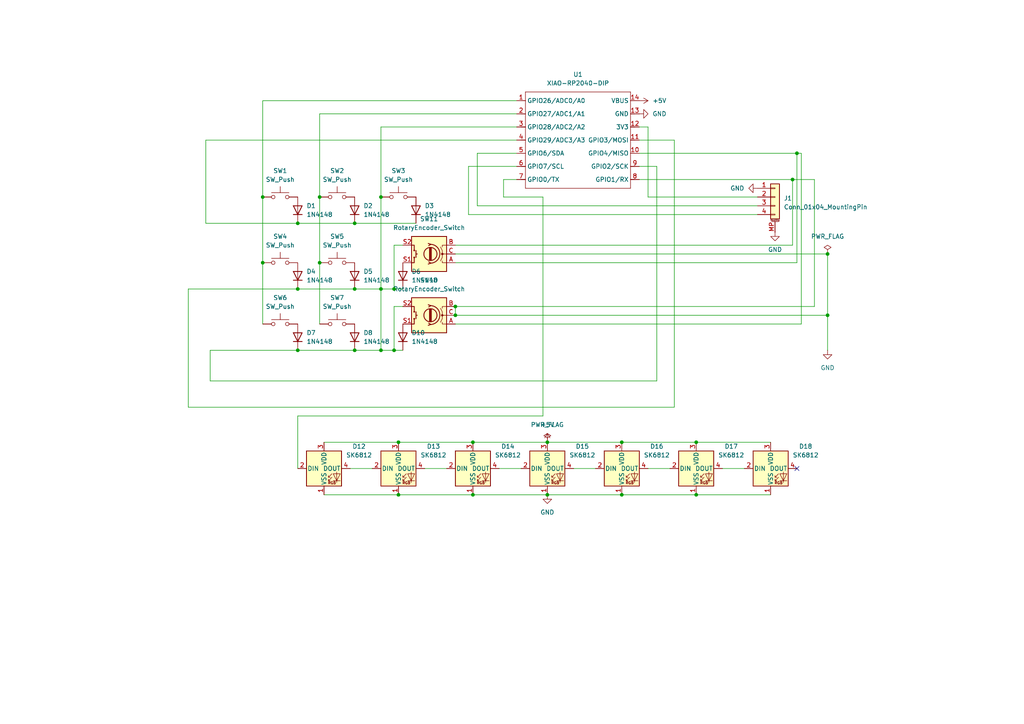
<source format=kicad_sch>
(kicad_sch
	(version 20250114)
	(generator "eeschema")
	(generator_version "9.0")
	(uuid "33ebc0cc-be00-45b8-afdd-cdf3d0600851")
	(paper "A4")
	(lib_symbols
		(symbol "Connector_Generic_MountingPin:Conn_01x04_MountingPin"
			(pin_names
				(offset 1.016)
				(hide yes)
			)
			(exclude_from_sim no)
			(in_bom yes)
			(on_board yes)
			(property "Reference" "J"
				(at 0 5.08 0)
				(effects
					(font
						(size 1.27 1.27)
					)
				)
			)
			(property "Value" "Conn_01x04_MountingPin"
				(at 1.27 -7.62 0)
				(effects
					(font
						(size 1.27 1.27)
					)
					(justify left)
				)
			)
			(property "Footprint" ""
				(at 0 0 0)
				(effects
					(font
						(size 1.27 1.27)
					)
					(hide yes)
				)
			)
			(property "Datasheet" "~"
				(at 0 0 0)
				(effects
					(font
						(size 1.27 1.27)
					)
					(hide yes)
				)
			)
			(property "Description" "Generic connectable mounting pin connector, single row, 01x04, script generated (kicad-library-utils/schlib/autogen/connector/)"
				(at 0 0 0)
				(effects
					(font
						(size 1.27 1.27)
					)
					(hide yes)
				)
			)
			(property "ki_keywords" "connector"
				(at 0 0 0)
				(effects
					(font
						(size 1.27 1.27)
					)
					(hide yes)
				)
			)
			(property "ki_fp_filters" "Connector*:*_1x??-1MP*"
				(at 0 0 0)
				(effects
					(font
						(size 1.27 1.27)
					)
					(hide yes)
				)
			)
			(symbol "Conn_01x04_MountingPin_1_1"
				(rectangle
					(start -1.27 3.81)
					(end 1.27 -6.35)
					(stroke
						(width 0.254)
						(type default)
					)
					(fill
						(type background)
					)
				)
				(rectangle
					(start -1.27 2.667)
					(end 0 2.413)
					(stroke
						(width 0.1524)
						(type default)
					)
					(fill
						(type none)
					)
				)
				(rectangle
					(start -1.27 0.127)
					(end 0 -0.127)
					(stroke
						(width 0.1524)
						(type default)
					)
					(fill
						(type none)
					)
				)
				(rectangle
					(start -1.27 -2.413)
					(end 0 -2.667)
					(stroke
						(width 0.1524)
						(type default)
					)
					(fill
						(type none)
					)
				)
				(rectangle
					(start -1.27 -4.953)
					(end 0 -5.207)
					(stroke
						(width 0.1524)
						(type default)
					)
					(fill
						(type none)
					)
				)
				(polyline
					(pts
						(xy -1.016 -7.112) (xy 1.016 -7.112)
					)
					(stroke
						(width 0.1524)
						(type default)
					)
					(fill
						(type none)
					)
				)
				(text "Mounting"
					(at 0 -6.731 0)
					(effects
						(font
							(size 0.381 0.381)
						)
					)
				)
				(pin passive line
					(at -5.08 2.54 0)
					(length 3.81)
					(name "Pin_1"
						(effects
							(font
								(size 1.27 1.27)
							)
						)
					)
					(number "1"
						(effects
							(font
								(size 1.27 1.27)
							)
						)
					)
				)
				(pin passive line
					(at -5.08 0 0)
					(length 3.81)
					(name "Pin_2"
						(effects
							(font
								(size 1.27 1.27)
							)
						)
					)
					(number "2"
						(effects
							(font
								(size 1.27 1.27)
							)
						)
					)
				)
				(pin passive line
					(at -5.08 -2.54 0)
					(length 3.81)
					(name "Pin_3"
						(effects
							(font
								(size 1.27 1.27)
							)
						)
					)
					(number "3"
						(effects
							(font
								(size 1.27 1.27)
							)
						)
					)
				)
				(pin passive line
					(at -5.08 -5.08 0)
					(length 3.81)
					(name "Pin_4"
						(effects
							(font
								(size 1.27 1.27)
							)
						)
					)
					(number "4"
						(effects
							(font
								(size 1.27 1.27)
							)
						)
					)
				)
				(pin passive line
					(at 0 -10.16 90)
					(length 3.048)
					(name "MountPin"
						(effects
							(font
								(size 1.27 1.27)
							)
						)
					)
					(number "MP"
						(effects
							(font
								(size 1.27 1.27)
							)
						)
					)
				)
			)
			(embedded_fonts no)
		)
		(symbol "Device:RotaryEncoder_Switch"
			(pin_names
				(offset 0.254)
				(hide yes)
			)
			(exclude_from_sim no)
			(in_bom yes)
			(on_board yes)
			(property "Reference" "SW"
				(at 0 6.604 0)
				(effects
					(font
						(size 1.27 1.27)
					)
				)
			)
			(property "Value" "RotaryEncoder_Switch"
				(at 0 -6.604 0)
				(effects
					(font
						(size 1.27 1.27)
					)
				)
			)
			(property "Footprint" ""
				(at -3.81 4.064 0)
				(effects
					(font
						(size 1.27 1.27)
					)
					(hide yes)
				)
			)
			(property "Datasheet" "~"
				(at 0 6.604 0)
				(effects
					(font
						(size 1.27 1.27)
					)
					(hide yes)
				)
			)
			(property "Description" "Rotary encoder, dual channel, incremental quadrate outputs, with switch"
				(at 0 0 0)
				(effects
					(font
						(size 1.27 1.27)
					)
					(hide yes)
				)
			)
			(property "ki_keywords" "rotary switch encoder switch push button"
				(at 0 0 0)
				(effects
					(font
						(size 1.27 1.27)
					)
					(hide yes)
				)
			)
			(property "ki_fp_filters" "RotaryEncoder*Switch*"
				(at 0 0 0)
				(effects
					(font
						(size 1.27 1.27)
					)
					(hide yes)
				)
			)
			(symbol "RotaryEncoder_Switch_0_1"
				(rectangle
					(start -5.08 5.08)
					(end 5.08 -5.08)
					(stroke
						(width 0.254)
						(type default)
					)
					(fill
						(type background)
					)
				)
				(polyline
					(pts
						(xy -5.08 2.54) (xy -3.81 2.54) (xy -3.81 2.032)
					)
					(stroke
						(width 0)
						(type default)
					)
					(fill
						(type none)
					)
				)
				(polyline
					(pts
						(xy -5.08 0) (xy -3.81 0) (xy -3.81 -1.016) (xy -3.302 -2.032)
					)
					(stroke
						(width 0)
						(type default)
					)
					(fill
						(type none)
					)
				)
				(polyline
					(pts
						(xy -5.08 -2.54) (xy -3.81 -2.54) (xy -3.81 -2.032)
					)
					(stroke
						(width 0)
						(type default)
					)
					(fill
						(type none)
					)
				)
				(polyline
					(pts
						(xy -4.318 0) (xy -3.81 0) (xy -3.81 1.016) (xy -3.302 2.032)
					)
					(stroke
						(width 0)
						(type default)
					)
					(fill
						(type none)
					)
				)
				(circle
					(center -3.81 0)
					(radius 0.254)
					(stroke
						(width 0)
						(type default)
					)
					(fill
						(type outline)
					)
				)
				(polyline
					(pts
						(xy -0.635 -1.778) (xy -0.635 1.778)
					)
					(stroke
						(width 0.254)
						(type default)
					)
					(fill
						(type none)
					)
				)
				(circle
					(center -0.381 0)
					(radius 1.905)
					(stroke
						(width 0.254)
						(type default)
					)
					(fill
						(type none)
					)
				)
				(polyline
					(pts
						(xy -0.381 -1.778) (xy -0.381 1.778)
					)
					(stroke
						(width 0.254)
						(type default)
					)
					(fill
						(type none)
					)
				)
				(arc
					(start -0.381 -2.794)
					(mid -3.0988 -0.0635)
					(end -0.381 2.667)
					(stroke
						(width 0.254)
						(type default)
					)
					(fill
						(type none)
					)
				)
				(polyline
					(pts
						(xy -0.127 1.778) (xy -0.127 -1.778)
					)
					(stroke
						(width 0.254)
						(type default)
					)
					(fill
						(type none)
					)
				)
				(polyline
					(pts
						(xy 0.254 2.921) (xy -0.508 2.667) (xy 0.127 2.286)
					)
					(stroke
						(width 0.254)
						(type default)
					)
					(fill
						(type none)
					)
				)
				(polyline
					(pts
						(xy 0.254 -3.048) (xy -0.508 -2.794) (xy 0.127 -2.413)
					)
					(stroke
						(width 0.254)
						(type default)
					)
					(fill
						(type none)
					)
				)
				(polyline
					(pts
						(xy 3.81 1.016) (xy 3.81 -1.016)
					)
					(stroke
						(width 0.254)
						(type default)
					)
					(fill
						(type none)
					)
				)
				(polyline
					(pts
						(xy 3.81 0) (xy 3.429 0)
					)
					(stroke
						(width 0.254)
						(type default)
					)
					(fill
						(type none)
					)
				)
				(circle
					(center 4.318 1.016)
					(radius 0.127)
					(stroke
						(width 0.254)
						(type default)
					)
					(fill
						(type none)
					)
				)
				(circle
					(center 4.318 -1.016)
					(radius 0.127)
					(stroke
						(width 0.254)
						(type default)
					)
					(fill
						(type none)
					)
				)
				(polyline
					(pts
						(xy 5.08 2.54) (xy 4.318 2.54) (xy 4.318 1.016)
					)
					(stroke
						(width 0.254)
						(type default)
					)
					(fill
						(type none)
					)
				)
				(polyline
					(pts
						(xy 5.08 -2.54) (xy 4.318 -2.54) (xy 4.318 -1.016)
					)
					(stroke
						(width 0.254)
						(type default)
					)
					(fill
						(type none)
					)
				)
			)
			(symbol "RotaryEncoder_Switch_1_1"
				(pin passive line
					(at -7.62 2.54 0)
					(length 2.54)
					(name "A"
						(effects
							(font
								(size 1.27 1.27)
							)
						)
					)
					(number "A"
						(effects
							(font
								(size 1.27 1.27)
							)
						)
					)
				)
				(pin passive line
					(at -7.62 0 0)
					(length 2.54)
					(name "C"
						(effects
							(font
								(size 1.27 1.27)
							)
						)
					)
					(number "C"
						(effects
							(font
								(size 1.27 1.27)
							)
						)
					)
				)
				(pin passive line
					(at -7.62 -2.54 0)
					(length 2.54)
					(name "B"
						(effects
							(font
								(size 1.27 1.27)
							)
						)
					)
					(number "B"
						(effects
							(font
								(size 1.27 1.27)
							)
						)
					)
				)
				(pin passive line
					(at 7.62 2.54 180)
					(length 2.54)
					(name "S1"
						(effects
							(font
								(size 1.27 1.27)
							)
						)
					)
					(number "S1"
						(effects
							(font
								(size 1.27 1.27)
							)
						)
					)
				)
				(pin passive line
					(at 7.62 -2.54 180)
					(length 2.54)
					(name "S2"
						(effects
							(font
								(size 1.27 1.27)
							)
						)
					)
					(number "S2"
						(effects
							(font
								(size 1.27 1.27)
							)
						)
					)
				)
			)
			(embedded_fonts no)
		)
		(symbol "Diode:1N4148"
			(pin_numbers
				(hide yes)
			)
			(pin_names
				(hide yes)
			)
			(exclude_from_sim no)
			(in_bom yes)
			(on_board yes)
			(property "Reference" "D"
				(at 0 2.54 0)
				(effects
					(font
						(size 1.27 1.27)
					)
				)
			)
			(property "Value" "1N4148"
				(at 0 -2.54 0)
				(effects
					(font
						(size 1.27 1.27)
					)
				)
			)
			(property "Footprint" "Diode_THT:D_DO-35_SOD27_P7.62mm_Horizontal"
				(at 0 0 0)
				(effects
					(font
						(size 1.27 1.27)
					)
					(hide yes)
				)
			)
			(property "Datasheet" "https://assets.nexperia.com/documents/data-sheet/1N4148_1N4448.pdf"
				(at 0 0 0)
				(effects
					(font
						(size 1.27 1.27)
					)
					(hide yes)
				)
			)
			(property "Description" "100V 0.15A standard switching diode, DO-35"
				(at 0 0 0)
				(effects
					(font
						(size 1.27 1.27)
					)
					(hide yes)
				)
			)
			(property "Sim.Device" "D"
				(at 0 0 0)
				(effects
					(font
						(size 1.27 1.27)
					)
					(hide yes)
				)
			)
			(property "Sim.Pins" "1=K 2=A"
				(at 0 0 0)
				(effects
					(font
						(size 1.27 1.27)
					)
					(hide yes)
				)
			)
			(property "ki_keywords" "diode"
				(at 0 0 0)
				(effects
					(font
						(size 1.27 1.27)
					)
					(hide yes)
				)
			)
			(property "ki_fp_filters" "D*DO?35*"
				(at 0 0 0)
				(effects
					(font
						(size 1.27 1.27)
					)
					(hide yes)
				)
			)
			(symbol "1N4148_0_1"
				(polyline
					(pts
						(xy -1.27 1.27) (xy -1.27 -1.27)
					)
					(stroke
						(width 0.254)
						(type default)
					)
					(fill
						(type none)
					)
				)
				(polyline
					(pts
						(xy 1.27 1.27) (xy 1.27 -1.27) (xy -1.27 0) (xy 1.27 1.27)
					)
					(stroke
						(width 0.254)
						(type default)
					)
					(fill
						(type none)
					)
				)
				(polyline
					(pts
						(xy 1.27 0) (xy -1.27 0)
					)
					(stroke
						(width 0)
						(type default)
					)
					(fill
						(type none)
					)
				)
			)
			(symbol "1N4148_1_1"
				(pin passive line
					(at -3.81 0 0)
					(length 2.54)
					(name "K"
						(effects
							(font
								(size 1.27 1.27)
							)
						)
					)
					(number "1"
						(effects
							(font
								(size 1.27 1.27)
							)
						)
					)
				)
				(pin passive line
					(at 3.81 0 180)
					(length 2.54)
					(name "A"
						(effects
							(font
								(size 1.27 1.27)
							)
						)
					)
					(number "2"
						(effects
							(font
								(size 1.27 1.27)
							)
						)
					)
				)
			)
			(embedded_fonts no)
		)
		(symbol "LED:SK6812"
			(pin_names
				(offset 0.254)
			)
			(exclude_from_sim no)
			(in_bom yes)
			(on_board yes)
			(property "Reference" "D"
				(at 5.08 5.715 0)
				(effects
					(font
						(size 1.27 1.27)
					)
					(justify right bottom)
				)
			)
			(property "Value" "SK6812"
				(at 1.27 -5.715 0)
				(effects
					(font
						(size 1.27 1.27)
					)
					(justify left top)
				)
			)
			(property "Footprint" "LED_SMD:LED_SK6812_PLCC4_5.0x5.0mm_P3.2mm"
				(at 1.27 -7.62 0)
				(effects
					(font
						(size 1.27 1.27)
					)
					(justify left top)
					(hide yes)
				)
			)
			(property "Datasheet" "https://cdn-shop.adafruit.com/product-files/1138/SK6812+LED+datasheet+.pdf"
				(at 2.54 -9.525 0)
				(effects
					(font
						(size 1.27 1.27)
					)
					(justify left top)
					(hide yes)
				)
			)
			(property "Description" "RGB LED with integrated controller"
				(at 0 0 0)
				(effects
					(font
						(size 1.27 1.27)
					)
					(hide yes)
				)
			)
			(property "ki_keywords" "RGB LED NeoPixel addressable"
				(at 0 0 0)
				(effects
					(font
						(size 1.27 1.27)
					)
					(hide yes)
				)
			)
			(property "ki_fp_filters" "LED*SK6812*PLCC*5.0x5.0mm*P3.2mm*"
				(at 0 0 0)
				(effects
					(font
						(size 1.27 1.27)
					)
					(hide yes)
				)
			)
			(symbol "SK6812_0_0"
				(text "RGB"
					(at 2.286 -4.191 0)
					(effects
						(font
							(size 0.762 0.762)
						)
					)
				)
			)
			(symbol "SK6812_0_1"
				(polyline
					(pts
						(xy 1.27 -2.54) (xy 1.778 -2.54)
					)
					(stroke
						(width 0)
						(type default)
					)
					(fill
						(type none)
					)
				)
				(polyline
					(pts
						(xy 1.27 -3.556) (xy 1.778 -3.556)
					)
					(stroke
						(width 0)
						(type default)
					)
					(fill
						(type none)
					)
				)
				(polyline
					(pts
						(xy 2.286 -1.524) (xy 1.27 -2.54) (xy 1.27 -2.032)
					)
					(stroke
						(width 0)
						(type default)
					)
					(fill
						(type none)
					)
				)
				(polyline
					(pts
						(xy 2.286 -2.54) (xy 1.27 -3.556) (xy 1.27 -3.048)
					)
					(stroke
						(width 0)
						(type default)
					)
					(fill
						(type none)
					)
				)
				(polyline
					(pts
						(xy 3.683 -1.016) (xy 3.683 -3.556) (xy 3.683 -4.064)
					)
					(stroke
						(width 0)
						(type default)
					)
					(fill
						(type none)
					)
				)
				(polyline
					(pts
						(xy 4.699 -1.524) (xy 2.667 -1.524) (xy 3.683 -3.556) (xy 4.699 -1.524)
					)
					(stroke
						(width 0)
						(type default)
					)
					(fill
						(type none)
					)
				)
				(polyline
					(pts
						(xy 4.699 -3.556) (xy 2.667 -3.556)
					)
					(stroke
						(width 0)
						(type default)
					)
					(fill
						(type none)
					)
				)
				(rectangle
					(start 5.08 5.08)
					(end -5.08 -5.08)
					(stroke
						(width 0.254)
						(type default)
					)
					(fill
						(type background)
					)
				)
			)
			(symbol "SK6812_1_1"
				(pin input line
					(at -7.62 0 0)
					(length 2.54)
					(name "DIN"
						(effects
							(font
								(size 1.27 1.27)
							)
						)
					)
					(number "2"
						(effects
							(font
								(size 1.27 1.27)
							)
						)
					)
				)
				(pin power_in line
					(at 0 7.62 270)
					(length 2.54)
					(name "VDD"
						(effects
							(font
								(size 1.27 1.27)
							)
						)
					)
					(number "3"
						(effects
							(font
								(size 1.27 1.27)
							)
						)
					)
				)
				(pin power_in line
					(at 0 -7.62 90)
					(length 2.54)
					(name "VSS"
						(effects
							(font
								(size 1.27 1.27)
							)
						)
					)
					(number "1"
						(effects
							(font
								(size 1.27 1.27)
							)
						)
					)
				)
				(pin output line
					(at 7.62 0 180)
					(length 2.54)
					(name "DOUT"
						(effects
							(font
								(size 1.27 1.27)
							)
						)
					)
					(number "4"
						(effects
							(font
								(size 1.27 1.27)
							)
						)
					)
				)
			)
			(embedded_fonts no)
		)
		(symbol "OPL:XIAO-RP2040-DIP"
			(exclude_from_sim no)
			(in_bom yes)
			(on_board yes)
			(property "Reference" "U"
				(at 0 0 0)
				(effects
					(font
						(size 1.27 1.27)
					)
				)
			)
			(property "Value" "XIAO-RP2040-DIP"
				(at 5.334 -1.778 0)
				(effects
					(font
						(size 1.27 1.27)
					)
				)
			)
			(property "Footprint" "Module:MOUDLE14P-XIAO-DIP-SMD"
				(at 14.478 -32.258 0)
				(effects
					(font
						(size 1.27 1.27)
					)
					(hide yes)
				)
			)
			(property "Datasheet" ""
				(at 0 0 0)
				(effects
					(font
						(size 1.27 1.27)
					)
					(hide yes)
				)
			)
			(property "Description" ""
				(at 0 0 0)
				(effects
					(font
						(size 1.27 1.27)
					)
					(hide yes)
				)
			)
			(symbol "XIAO-RP2040-DIP_1_0"
				(polyline
					(pts
						(xy -1.27 -2.54) (xy 29.21 -2.54)
					)
					(stroke
						(width 0.1524)
						(type solid)
					)
					(fill
						(type none)
					)
				)
				(polyline
					(pts
						(xy -1.27 -5.08) (xy -2.54 -5.08)
					)
					(stroke
						(width 0.1524)
						(type solid)
					)
					(fill
						(type none)
					)
				)
				(polyline
					(pts
						(xy -1.27 -5.08) (xy -1.27 -2.54)
					)
					(stroke
						(width 0.1524)
						(type solid)
					)
					(fill
						(type none)
					)
				)
				(polyline
					(pts
						(xy -1.27 -8.89) (xy -2.54 -8.89)
					)
					(stroke
						(width 0.1524)
						(type solid)
					)
					(fill
						(type none)
					)
				)
				(polyline
					(pts
						(xy -1.27 -8.89) (xy -1.27 -5.08)
					)
					(stroke
						(width 0.1524)
						(type solid)
					)
					(fill
						(type none)
					)
				)
				(polyline
					(pts
						(xy -1.27 -12.7) (xy -2.54 -12.7)
					)
					(stroke
						(width 0.1524)
						(type solid)
					)
					(fill
						(type none)
					)
				)
				(polyline
					(pts
						(xy -1.27 -12.7) (xy -1.27 -8.89)
					)
					(stroke
						(width 0.1524)
						(type solid)
					)
					(fill
						(type none)
					)
				)
				(polyline
					(pts
						(xy -1.27 -16.51) (xy -2.54 -16.51)
					)
					(stroke
						(width 0.1524)
						(type solid)
					)
					(fill
						(type none)
					)
				)
				(polyline
					(pts
						(xy -1.27 -16.51) (xy -1.27 -12.7)
					)
					(stroke
						(width 0.1524)
						(type solid)
					)
					(fill
						(type none)
					)
				)
				(polyline
					(pts
						(xy -1.27 -20.32) (xy -2.54 -20.32)
					)
					(stroke
						(width 0.1524)
						(type solid)
					)
					(fill
						(type none)
					)
				)
				(polyline
					(pts
						(xy -1.27 -24.13) (xy -2.54 -24.13)
					)
					(stroke
						(width 0.1524)
						(type solid)
					)
					(fill
						(type none)
					)
				)
				(polyline
					(pts
						(xy -1.27 -27.94) (xy -2.54 -27.94)
					)
					(stroke
						(width 0.1524)
						(type solid)
					)
					(fill
						(type none)
					)
				)
				(polyline
					(pts
						(xy -1.27 -30.48) (xy -1.27 -16.51)
					)
					(stroke
						(width 0.1524)
						(type solid)
					)
					(fill
						(type none)
					)
				)
				(polyline
					(pts
						(xy 29.21 -2.54) (xy 29.21 -5.08)
					)
					(stroke
						(width 0.1524)
						(type solid)
					)
					(fill
						(type none)
					)
				)
				(polyline
					(pts
						(xy 29.21 -5.08) (xy 29.21 -8.89)
					)
					(stroke
						(width 0.1524)
						(type solid)
					)
					(fill
						(type none)
					)
				)
				(polyline
					(pts
						(xy 29.21 -8.89) (xy 29.21 -12.7)
					)
					(stroke
						(width 0.1524)
						(type solid)
					)
					(fill
						(type none)
					)
				)
				(polyline
					(pts
						(xy 29.21 -12.7) (xy 29.21 -30.48)
					)
					(stroke
						(width 0.1524)
						(type solid)
					)
					(fill
						(type none)
					)
				)
				(polyline
					(pts
						(xy 29.21 -30.48) (xy -1.27 -30.48)
					)
					(stroke
						(width 0.1524)
						(type solid)
					)
					(fill
						(type none)
					)
				)
				(polyline
					(pts
						(xy 30.48 -5.08) (xy 29.21 -5.08)
					)
					(stroke
						(width 0.1524)
						(type solid)
					)
					(fill
						(type none)
					)
				)
				(polyline
					(pts
						(xy 30.48 -8.89) (xy 29.21 -8.89)
					)
					(stroke
						(width 0.1524)
						(type solid)
					)
					(fill
						(type none)
					)
				)
				(polyline
					(pts
						(xy 30.48 -12.7) (xy 29.21 -12.7)
					)
					(stroke
						(width 0.1524)
						(type solid)
					)
					(fill
						(type none)
					)
				)
				(polyline
					(pts
						(xy 30.48 -16.51) (xy 29.21 -16.51)
					)
					(stroke
						(width 0.1524)
						(type solid)
					)
					(fill
						(type none)
					)
				)
				(polyline
					(pts
						(xy 30.48 -20.32) (xy 29.21 -20.32)
					)
					(stroke
						(width 0.1524)
						(type solid)
					)
					(fill
						(type none)
					)
				)
				(polyline
					(pts
						(xy 30.48 -24.13) (xy 29.21 -24.13)
					)
					(stroke
						(width 0.1524)
						(type solid)
					)
					(fill
						(type none)
					)
				)
				(polyline
					(pts
						(xy 30.48 -27.94) (xy 29.21 -27.94)
					)
					(stroke
						(width 0.1524)
						(type solid)
					)
					(fill
						(type none)
					)
				)
				(pin passive line
					(at -3.81 -5.08 0)
					(length 2.54)
					(name "GPIO26/ADC0/A0"
						(effects
							(font
								(size 1.27 1.27)
							)
						)
					)
					(number "1"
						(effects
							(font
								(size 1.27 1.27)
							)
						)
					)
				)
				(pin passive line
					(at -3.81 -8.89 0)
					(length 2.54)
					(name "GPIO27/ADC1/A1"
						(effects
							(font
								(size 1.27 1.27)
							)
						)
					)
					(number "2"
						(effects
							(font
								(size 1.27 1.27)
							)
						)
					)
				)
				(pin passive line
					(at -3.81 -12.7 0)
					(length 2.54)
					(name "GPIO28/ADC2/A2"
						(effects
							(font
								(size 1.27 1.27)
							)
						)
					)
					(number "3"
						(effects
							(font
								(size 1.27 1.27)
							)
						)
					)
				)
				(pin passive line
					(at -3.81 -16.51 0)
					(length 2.54)
					(name "GPIO29/ADC3/A3"
						(effects
							(font
								(size 1.27 1.27)
							)
						)
					)
					(number "4"
						(effects
							(font
								(size 1.27 1.27)
							)
						)
					)
				)
				(pin passive line
					(at -3.81 -20.32 0)
					(length 2.54)
					(name "GPIO6/SDA"
						(effects
							(font
								(size 1.27 1.27)
							)
						)
					)
					(number "5"
						(effects
							(font
								(size 1.27 1.27)
							)
						)
					)
				)
				(pin passive line
					(at -3.81 -24.13 0)
					(length 2.54)
					(name "GPIO7/SCL"
						(effects
							(font
								(size 1.27 1.27)
							)
						)
					)
					(number "6"
						(effects
							(font
								(size 1.27 1.27)
							)
						)
					)
				)
				(pin passive line
					(at -3.81 -27.94 0)
					(length 2.54)
					(name "GPIO0/TX"
						(effects
							(font
								(size 1.27 1.27)
							)
						)
					)
					(number "7"
						(effects
							(font
								(size 1.27 1.27)
							)
						)
					)
				)
				(pin passive line
					(at 31.75 -5.08 180)
					(length 2.54)
					(name "VBUS"
						(effects
							(font
								(size 1.27 1.27)
							)
						)
					)
					(number "14"
						(effects
							(font
								(size 1.27 1.27)
							)
						)
					)
				)
				(pin passive line
					(at 31.75 -8.89 180)
					(length 2.54)
					(name "GND"
						(effects
							(font
								(size 1.27 1.27)
							)
						)
					)
					(number "13"
						(effects
							(font
								(size 1.27 1.27)
							)
						)
					)
				)
				(pin passive line
					(at 31.75 -12.7 180)
					(length 2.54)
					(name "3V3"
						(effects
							(font
								(size 1.27 1.27)
							)
						)
					)
					(number "12"
						(effects
							(font
								(size 1.27 1.27)
							)
						)
					)
				)
				(pin passive line
					(at 31.75 -16.51 180)
					(length 2.54)
					(name "GPIO3/MOSI"
						(effects
							(font
								(size 1.27 1.27)
							)
						)
					)
					(number "11"
						(effects
							(font
								(size 1.27 1.27)
							)
						)
					)
				)
				(pin passive line
					(at 31.75 -20.32 180)
					(length 2.54)
					(name "GPIO4/MISO"
						(effects
							(font
								(size 1.27 1.27)
							)
						)
					)
					(number "10"
						(effects
							(font
								(size 1.27 1.27)
							)
						)
					)
				)
				(pin passive line
					(at 31.75 -24.13 180)
					(length 2.54)
					(name "GPIO2/SCK"
						(effects
							(font
								(size 1.27 1.27)
							)
						)
					)
					(number "9"
						(effects
							(font
								(size 1.27 1.27)
							)
						)
					)
				)
				(pin passive line
					(at 31.75 -27.94 180)
					(length 2.54)
					(name "GPIO1/RX"
						(effects
							(font
								(size 1.27 1.27)
							)
						)
					)
					(number "8"
						(effects
							(font
								(size 1.27 1.27)
							)
						)
					)
				)
			)
			(embedded_fonts no)
		)
		(symbol "Switch:SW_Push"
			(pin_numbers
				(hide yes)
			)
			(pin_names
				(offset 1.016)
				(hide yes)
			)
			(exclude_from_sim no)
			(in_bom yes)
			(on_board yes)
			(property "Reference" "SW"
				(at 1.27 2.54 0)
				(effects
					(font
						(size 1.27 1.27)
					)
					(justify left)
				)
			)
			(property "Value" "SW_Push"
				(at 0 -1.524 0)
				(effects
					(font
						(size 1.27 1.27)
					)
				)
			)
			(property "Footprint" ""
				(at 0 5.08 0)
				(effects
					(font
						(size 1.27 1.27)
					)
					(hide yes)
				)
			)
			(property "Datasheet" "~"
				(at 0 5.08 0)
				(effects
					(font
						(size 1.27 1.27)
					)
					(hide yes)
				)
			)
			(property "Description" "Push button switch, generic, two pins"
				(at 0 0 0)
				(effects
					(font
						(size 1.27 1.27)
					)
					(hide yes)
				)
			)
			(property "ki_keywords" "switch normally-open pushbutton push-button"
				(at 0 0 0)
				(effects
					(font
						(size 1.27 1.27)
					)
					(hide yes)
				)
			)
			(symbol "SW_Push_0_1"
				(circle
					(center -2.032 0)
					(radius 0.508)
					(stroke
						(width 0)
						(type default)
					)
					(fill
						(type none)
					)
				)
				(polyline
					(pts
						(xy 0 1.27) (xy 0 3.048)
					)
					(stroke
						(width 0)
						(type default)
					)
					(fill
						(type none)
					)
				)
				(circle
					(center 2.032 0)
					(radius 0.508)
					(stroke
						(width 0)
						(type default)
					)
					(fill
						(type none)
					)
				)
				(polyline
					(pts
						(xy 2.54 1.27) (xy -2.54 1.27)
					)
					(stroke
						(width 0)
						(type default)
					)
					(fill
						(type none)
					)
				)
				(pin passive line
					(at -5.08 0 0)
					(length 2.54)
					(name "1"
						(effects
							(font
								(size 1.27 1.27)
							)
						)
					)
					(number "1"
						(effects
							(font
								(size 1.27 1.27)
							)
						)
					)
				)
				(pin passive line
					(at 5.08 0 180)
					(length 2.54)
					(name "2"
						(effects
							(font
								(size 1.27 1.27)
							)
						)
					)
					(number "2"
						(effects
							(font
								(size 1.27 1.27)
							)
						)
					)
				)
			)
			(embedded_fonts no)
		)
		(symbol "power:+5V"
			(power)
			(pin_numbers
				(hide yes)
			)
			(pin_names
				(offset 0)
				(hide yes)
			)
			(exclude_from_sim no)
			(in_bom yes)
			(on_board yes)
			(property "Reference" "#PWR"
				(at 0 -3.81 0)
				(effects
					(font
						(size 1.27 1.27)
					)
					(hide yes)
				)
			)
			(property "Value" "+5V"
				(at 0 3.556 0)
				(effects
					(font
						(size 1.27 1.27)
					)
				)
			)
			(property "Footprint" ""
				(at 0 0 0)
				(effects
					(font
						(size 1.27 1.27)
					)
					(hide yes)
				)
			)
			(property "Datasheet" ""
				(at 0 0 0)
				(effects
					(font
						(size 1.27 1.27)
					)
					(hide yes)
				)
			)
			(property "Description" "Power symbol creates a global label with name \"+5V\""
				(at 0 0 0)
				(effects
					(font
						(size 1.27 1.27)
					)
					(hide yes)
				)
			)
			(property "ki_keywords" "global power"
				(at 0 0 0)
				(effects
					(font
						(size 1.27 1.27)
					)
					(hide yes)
				)
			)
			(symbol "+5V_0_1"
				(polyline
					(pts
						(xy -0.762 1.27) (xy 0 2.54)
					)
					(stroke
						(width 0)
						(type default)
					)
					(fill
						(type none)
					)
				)
				(polyline
					(pts
						(xy 0 2.54) (xy 0.762 1.27)
					)
					(stroke
						(width 0)
						(type default)
					)
					(fill
						(type none)
					)
				)
				(polyline
					(pts
						(xy 0 0) (xy 0 2.54)
					)
					(stroke
						(width 0)
						(type default)
					)
					(fill
						(type none)
					)
				)
			)
			(symbol "+5V_1_1"
				(pin power_in line
					(at 0 0 90)
					(length 0)
					(name "~"
						(effects
							(font
								(size 1.27 1.27)
							)
						)
					)
					(number "1"
						(effects
							(font
								(size 1.27 1.27)
							)
						)
					)
				)
			)
			(embedded_fonts no)
		)
		(symbol "power:GND"
			(power)
			(pin_numbers
				(hide yes)
			)
			(pin_names
				(offset 0)
				(hide yes)
			)
			(exclude_from_sim no)
			(in_bom yes)
			(on_board yes)
			(property "Reference" "#PWR"
				(at 0 -6.35 0)
				(effects
					(font
						(size 1.27 1.27)
					)
					(hide yes)
				)
			)
			(property "Value" "GND"
				(at 0 -3.81 0)
				(effects
					(font
						(size 1.27 1.27)
					)
				)
			)
			(property "Footprint" ""
				(at 0 0 0)
				(effects
					(font
						(size 1.27 1.27)
					)
					(hide yes)
				)
			)
			(property "Datasheet" ""
				(at 0 0 0)
				(effects
					(font
						(size 1.27 1.27)
					)
					(hide yes)
				)
			)
			(property "Description" "Power symbol creates a global label with name \"GND\" , ground"
				(at 0 0 0)
				(effects
					(font
						(size 1.27 1.27)
					)
					(hide yes)
				)
			)
			(property "ki_keywords" "global power"
				(at 0 0 0)
				(effects
					(font
						(size 1.27 1.27)
					)
					(hide yes)
				)
			)
			(symbol "GND_0_1"
				(polyline
					(pts
						(xy 0 0) (xy 0 -1.27) (xy 1.27 -1.27) (xy 0 -2.54) (xy -1.27 -1.27) (xy 0 -1.27)
					)
					(stroke
						(width 0)
						(type default)
					)
					(fill
						(type none)
					)
				)
			)
			(symbol "GND_1_1"
				(pin power_in line
					(at 0 0 270)
					(length 0)
					(name "~"
						(effects
							(font
								(size 1.27 1.27)
							)
						)
					)
					(number "1"
						(effects
							(font
								(size 1.27 1.27)
							)
						)
					)
				)
			)
			(embedded_fonts no)
		)
		(symbol "power:PWR_FLAG"
			(power)
			(pin_numbers
				(hide yes)
			)
			(pin_names
				(offset 0)
				(hide yes)
			)
			(exclude_from_sim no)
			(in_bom yes)
			(on_board yes)
			(property "Reference" "#FLG"
				(at 0 1.905 0)
				(effects
					(font
						(size 1.27 1.27)
					)
					(hide yes)
				)
			)
			(property "Value" "PWR_FLAG"
				(at 0 3.81 0)
				(effects
					(font
						(size 1.27 1.27)
					)
				)
			)
			(property "Footprint" ""
				(at 0 0 0)
				(effects
					(font
						(size 1.27 1.27)
					)
					(hide yes)
				)
			)
			(property "Datasheet" "~"
				(at 0 0 0)
				(effects
					(font
						(size 1.27 1.27)
					)
					(hide yes)
				)
			)
			(property "Description" "Special symbol for telling ERC where power comes from"
				(at 0 0 0)
				(effects
					(font
						(size 1.27 1.27)
					)
					(hide yes)
				)
			)
			(property "ki_keywords" "flag power"
				(at 0 0 0)
				(effects
					(font
						(size 1.27 1.27)
					)
					(hide yes)
				)
			)
			(symbol "PWR_FLAG_0_0"
				(pin power_out line
					(at 0 0 90)
					(length 0)
					(name "~"
						(effects
							(font
								(size 1.27 1.27)
							)
						)
					)
					(number "1"
						(effects
							(font
								(size 1.27 1.27)
							)
						)
					)
				)
			)
			(symbol "PWR_FLAG_0_1"
				(polyline
					(pts
						(xy 0 0) (xy 0 1.27) (xy -1.016 1.905) (xy 0 2.54) (xy 1.016 1.905) (xy 0 1.27)
					)
					(stroke
						(width 0)
						(type default)
					)
					(fill
						(type none)
					)
				)
			)
			(embedded_fonts no)
		)
	)
	(junction
		(at 86.36 64.77)
		(diameter 0)
		(color 0 0 0 0)
		(uuid "084a1823-23e5-42c7-86ea-761c0fbacf0f")
	)
	(junction
		(at 92.71 76.2)
		(diameter 0)
		(color 0 0 0 0)
		(uuid "2dad2e1f-cf38-4e67-adcc-39b1c0ebddbc")
	)
	(junction
		(at 240.03 73.66)
		(diameter 0)
		(color 0 0 0 0)
		(uuid "2fcadf13-ea45-4051-9aa1-f89c12d08917")
	)
	(junction
		(at 115.57 128.27)
		(diameter 0)
		(color 0 0 0 0)
		(uuid "32c9ae5a-9799-4b1b-a06a-aab87d9ce422")
	)
	(junction
		(at 76.2 76.2)
		(diameter 0)
		(color 0 0 0 0)
		(uuid "3677cd06-d3b9-4cd0-9732-f4f38ffc6cdf")
	)
	(junction
		(at 137.16 128.27)
		(diameter 0)
		(color 0 0 0 0)
		(uuid "3cbbe7c3-bab0-4084-a082-1851d552c0cf")
	)
	(junction
		(at 114.3 83.82)
		(diameter 0)
		(color 0 0 0 0)
		(uuid "46fa5d90-6545-4fef-be87-a7bf75c0466c")
	)
	(junction
		(at 92.71 57.15)
		(diameter 0)
		(color 0 0 0 0)
		(uuid "494dd5be-ccac-4490-abd2-c17432463a7d")
	)
	(junction
		(at 86.36 83.82)
		(diameter 0)
		(color 0 0 0 0)
		(uuid "58fed391-566a-4555-8128-105c9071c5c9")
	)
	(junction
		(at 110.49 101.6)
		(diameter 0)
		(color 0 0 0 0)
		(uuid "6343ae0a-80af-4ae4-a6b8-9cdd069fa873")
	)
	(junction
		(at 110.49 57.15)
		(diameter 0)
		(color 0 0 0 0)
		(uuid "64d71d4f-9eb5-4bc5-9f57-c6f50b47d29c")
	)
	(junction
		(at 180.34 143.51)
		(diameter 0)
		(color 0 0 0 0)
		(uuid "65dd5697-91ff-4ecd-bc0f-e5775ffe7af6")
	)
	(junction
		(at 229.87 52.07)
		(diameter 0)
		(color 0 0 0 0)
		(uuid "69c02713-a635-426d-b200-c3547026c838")
	)
	(junction
		(at 231.14 44.45)
		(diameter 0)
		(color 0 0 0 0)
		(uuid "728dff99-22df-40ba-a125-ab456764103e")
	)
	(junction
		(at 132.08 88.9)
		(diameter 0)
		(color 0 0 0 0)
		(uuid "7939c804-7d6b-4c73-8f5c-81fa6014ef44")
	)
	(junction
		(at 240.03 91.44)
		(diameter 0)
		(color 0 0 0 0)
		(uuid "79cdbb00-ab06-4c79-9d67-baaa971a48c8")
	)
	(junction
		(at 132.08 91.44)
		(diameter 0)
		(color 0 0 0 0)
		(uuid "82fa40a3-dbcc-403a-80dd-bbb52248c8ad")
	)
	(junction
		(at 158.75 128.27)
		(diameter 0)
		(color 0 0 0 0)
		(uuid "85da627a-15b3-4bc8-b92e-f04930e12a75")
	)
	(junction
		(at 137.16 143.51)
		(diameter 0)
		(color 0 0 0 0)
		(uuid "8c17cd76-c3b2-46c4-b691-c4c5a4599495")
	)
	(junction
		(at 102.87 101.6)
		(diameter 0)
		(color 0 0 0 0)
		(uuid "8dd152f2-6047-402e-8a32-9b1346c9c3b2")
	)
	(junction
		(at 180.34 128.27)
		(diameter 0)
		(color 0 0 0 0)
		(uuid "90ed2cd2-ef74-4763-bff7-c0edc6dd2573")
	)
	(junction
		(at 115.57 143.51)
		(diameter 0)
		(color 0 0 0 0)
		(uuid "9133ab0c-5c41-4698-9e09-75087f56eec8")
	)
	(junction
		(at 201.93 128.27)
		(diameter 0)
		(color 0 0 0 0)
		(uuid "91da1ef4-2b78-4277-a2b4-5fac18d5e35a")
	)
	(junction
		(at 102.87 83.82)
		(diameter 0)
		(color 0 0 0 0)
		(uuid "a745b2b5-225c-4a27-a5bc-47fb6725413a")
	)
	(junction
		(at 201.93 143.51)
		(diameter 0)
		(color 0 0 0 0)
		(uuid "b4064582-d171-4350-94a7-fd4b4df59300")
	)
	(junction
		(at 102.87 64.77)
		(diameter 0)
		(color 0 0 0 0)
		(uuid "bd1b9b93-e0bf-4b6f-a6e7-1321cbea4947")
	)
	(junction
		(at 158.75 143.51)
		(diameter 0)
		(color 0 0 0 0)
		(uuid "c38021c5-cc88-4c94-b350-a64b0bb8fb18")
	)
	(junction
		(at 86.36 101.6)
		(diameter 0)
		(color 0 0 0 0)
		(uuid "c9a6fb2e-e9ac-4047-bff0-5d6630ea1e12")
	)
	(junction
		(at 76.2 57.15)
		(diameter 0)
		(color 0 0 0 0)
		(uuid "cc4a7b4c-98da-4cec-a035-fa7902da8d60")
	)
	(junction
		(at 110.49 83.82)
		(diameter 0)
		(color 0 0 0 0)
		(uuid "d284b57f-5653-480e-8f94-b4b327920725")
	)
	(junction
		(at 114.3 101.6)
		(diameter 0)
		(color 0 0 0 0)
		(uuid "fa16565b-6256-4ca6-ae68-5930454a5568")
	)
	(no_connect
		(at 231.14 135.89)
		(uuid "b1c0513f-f67b-405a-8af5-a732eff678ee")
	)
	(wire
		(pts
			(xy 219.71 62.23) (xy 135.89 62.23)
		)
		(stroke
			(width 0)
			(type default)
		)
		(uuid "0d82d6cf-7fa7-4cad-863a-03c1a5970565")
	)
	(wire
		(pts
			(xy 138.43 44.45) (xy 149.86 44.45)
		)
		(stroke
			(width 0)
			(type default)
		)
		(uuid "0e126ca7-a4ff-4e70-ac9a-0d8396d61baf")
	)
	(wire
		(pts
			(xy 92.71 57.15) (xy 92.71 76.2)
		)
		(stroke
			(width 0)
			(type default)
		)
		(uuid "10aa1d0b-f546-469c-8bbb-5b643ff94e0e")
	)
	(wire
		(pts
			(xy 76.2 29.21) (xy 76.2 57.15)
		)
		(stroke
			(width 0)
			(type default)
		)
		(uuid "11f1fcc0-fafa-4ed7-a353-a230bf631172")
	)
	(wire
		(pts
			(xy 137.16 143.51) (xy 158.75 143.51)
		)
		(stroke
			(width 0)
			(type default)
		)
		(uuid "156ce390-9de0-4400-80fd-51f5e40b6bec")
	)
	(wire
		(pts
			(xy 86.36 135.89) (xy 86.36 120.65)
		)
		(stroke
			(width 0)
			(type default)
		)
		(uuid "1e3e552f-15a7-4f08-b1c6-97cf4df2403c")
	)
	(wire
		(pts
			(xy 59.69 40.64) (xy 149.86 40.64)
		)
		(stroke
			(width 0)
			(type default)
		)
		(uuid "2103a74d-415b-42ed-8771-caca01f42d98")
	)
	(wire
		(pts
			(xy 219.71 57.15) (xy 187.96 57.15)
		)
		(stroke
			(width 0)
			(type default)
		)
		(uuid "218ca864-ae7d-4d02-8e1e-1c7f0af190bf")
	)
	(wire
		(pts
			(xy 240.03 73.66) (xy 240.03 91.44)
		)
		(stroke
			(width 0)
			(type default)
		)
		(uuid "22467921-6e42-4853-86aa-cb52d0bef1b6")
	)
	(wire
		(pts
			(xy 232.41 44.45) (xy 232.41 93.98)
		)
		(stroke
			(width 0)
			(type default)
		)
		(uuid "22537c6b-3f97-4e95-88f1-07e38e019244")
	)
	(wire
		(pts
			(xy 132.08 88.9) (xy 132.08 91.44)
		)
		(stroke
			(width 0)
			(type default)
		)
		(uuid "23f64576-4074-4856-8623-0a3433dda83d")
	)
	(wire
		(pts
			(xy 137.16 128.27) (xy 158.75 128.27)
		)
		(stroke
			(width 0)
			(type default)
		)
		(uuid "287d58ee-ce3c-4a27-b7a2-0922ad14f925")
	)
	(wire
		(pts
			(xy 59.69 64.77) (xy 59.69 40.64)
		)
		(stroke
			(width 0)
			(type default)
		)
		(uuid "2a7e1017-125c-4be9-ac8e-3da94d0bfefd")
	)
	(wire
		(pts
			(xy 229.87 52.07) (xy 236.22 52.07)
		)
		(stroke
			(width 0)
			(type default)
		)
		(uuid "2c71bf90-9f4c-475b-9350-83a8075ea5e0")
	)
	(wire
		(pts
			(xy 110.49 57.15) (xy 110.49 83.82)
		)
		(stroke
			(width 0)
			(type default)
		)
		(uuid "2dfef1bb-797d-4d27-99b1-98c0bf73585a")
	)
	(wire
		(pts
			(xy 92.71 33.02) (xy 149.86 33.02)
		)
		(stroke
			(width 0)
			(type default)
		)
		(uuid "2f546d51-9cb4-4980-bc1c-8c54557955a6")
	)
	(wire
		(pts
			(xy 209.55 135.89) (xy 215.9 135.89)
		)
		(stroke
			(width 0)
			(type default)
		)
		(uuid "30557239-bf67-4153-943d-df4a25ebc7d1")
	)
	(wire
		(pts
			(xy 187.96 36.83) (xy 185.42 36.83)
		)
		(stroke
			(width 0)
			(type default)
		)
		(uuid "30be530d-ccd6-4349-ba11-6a1c1960b155")
	)
	(wire
		(pts
			(xy 76.2 76.2) (xy 76.2 93.98)
		)
		(stroke
			(width 0)
			(type default)
		)
		(uuid "318dfa28-4fa4-4223-9167-a4221c406140")
	)
	(wire
		(pts
			(xy 110.49 83.82) (xy 110.49 101.6)
		)
		(stroke
			(width 0)
			(type default)
		)
		(uuid "329d1cb4-005b-42dd-ad1a-b9728efb4a80")
	)
	(wire
		(pts
			(xy 180.34 128.27) (xy 201.93 128.27)
		)
		(stroke
			(width 0)
			(type default)
		)
		(uuid "336fdbd0-a0ea-48cd-8c9a-ada2125b9581")
	)
	(wire
		(pts
			(xy 157.48 57.15) (xy 146.05 57.15)
		)
		(stroke
			(width 0)
			(type default)
		)
		(uuid "349761cc-7baf-4ef3-b820-21deda2f25d5")
	)
	(wire
		(pts
			(xy 158.75 128.27) (xy 180.34 128.27)
		)
		(stroke
			(width 0)
			(type default)
		)
		(uuid "36948517-81d1-4051-92e1-976a02112f91")
	)
	(wire
		(pts
			(xy 231.14 76.2) (xy 132.08 76.2)
		)
		(stroke
			(width 0)
			(type default)
		)
		(uuid "37a28a8f-9981-4247-be5a-3ed85cc69e9b")
	)
	(wire
		(pts
			(xy 187.96 135.89) (xy 194.31 135.89)
		)
		(stroke
			(width 0)
			(type default)
		)
		(uuid "38ff5ff2-cd7d-4103-bec9-b36682978fe9")
	)
	(wire
		(pts
			(xy 92.71 76.2) (xy 92.71 93.98)
		)
		(stroke
			(width 0)
			(type default)
		)
		(uuid "395ff03b-05a5-4abe-83b1-6b7cfdbce8e0")
	)
	(wire
		(pts
			(xy 236.22 88.9) (xy 236.22 52.07)
		)
		(stroke
			(width 0)
			(type default)
		)
		(uuid "4236f689-c234-4fc5-8b5a-89bcbde0b47a")
	)
	(wire
		(pts
			(xy 102.87 83.82) (xy 110.49 83.82)
		)
		(stroke
			(width 0)
			(type default)
		)
		(uuid "44f0bf36-216f-41cd-a078-b031e8a93473")
	)
	(wire
		(pts
			(xy 114.3 88.9) (xy 114.3 101.6)
		)
		(stroke
			(width 0)
			(type default)
		)
		(uuid "456544b3-c0fd-456c-a198-d6d40dc02d9a")
	)
	(wire
		(pts
			(xy 132.08 71.12) (xy 229.87 71.12)
		)
		(stroke
			(width 0)
			(type default)
		)
		(uuid "4ac473a6-4604-4da3-843b-860351ed4982")
	)
	(wire
		(pts
			(xy 114.3 71.12) (xy 114.3 83.82)
		)
		(stroke
			(width 0)
			(type default)
		)
		(uuid "4e4cafb3-ca5e-41c5-9249-6771391cdb60")
	)
	(wire
		(pts
			(xy 114.3 83.82) (xy 116.84 83.82)
		)
		(stroke
			(width 0)
			(type default)
		)
		(uuid "4e6c66df-7ce0-4d96-8efd-06bed64b03a8")
	)
	(wire
		(pts
			(xy 201.93 143.51) (xy 223.52 143.51)
		)
		(stroke
			(width 0)
			(type default)
		)
		(uuid "517eadad-b757-464e-9fb7-31c9c6a1ff61")
	)
	(wire
		(pts
			(xy 123.19 135.89) (xy 129.54 135.89)
		)
		(stroke
			(width 0)
			(type default)
		)
		(uuid "51c6734b-507a-453e-933d-2177faf26383")
	)
	(wire
		(pts
			(xy 93.98 143.51) (xy 115.57 143.51)
		)
		(stroke
			(width 0)
			(type default)
		)
		(uuid "521aedc2-63a2-470a-83b4-74f55b4d9240")
	)
	(wire
		(pts
			(xy 110.49 36.83) (xy 110.49 57.15)
		)
		(stroke
			(width 0)
			(type default)
		)
		(uuid "52c179b5-f06a-47cb-bd9a-3b8beac48c75")
	)
	(wire
		(pts
			(xy 60.96 101.6) (xy 60.96 110.49)
		)
		(stroke
			(width 0)
			(type default)
		)
		(uuid "5669b0a2-b487-4c57-9b0b-8bb7cc7bbbe8")
	)
	(wire
		(pts
			(xy 86.36 83.82) (xy 102.87 83.82)
		)
		(stroke
			(width 0)
			(type default)
		)
		(uuid "569082f1-7141-43a0-8d4b-32f9e30a0d72")
	)
	(wire
		(pts
			(xy 54.61 83.82) (xy 86.36 83.82)
		)
		(stroke
			(width 0)
			(type default)
		)
		(uuid "5ae4a9a2-893a-4c4b-ba6f-1e401d26290b")
	)
	(wire
		(pts
			(xy 144.78 135.89) (xy 151.13 135.89)
		)
		(stroke
			(width 0)
			(type default)
		)
		(uuid "5b46497c-8f2f-4092-8f8c-db8b4585e1b3")
	)
	(wire
		(pts
			(xy 101.6 135.89) (xy 107.95 135.89)
		)
		(stroke
			(width 0)
			(type default)
		)
		(uuid "5b826eba-bf4c-4844-8677-49fa9ec6a4cd")
	)
	(wire
		(pts
			(xy 135.89 62.23) (xy 135.89 48.26)
		)
		(stroke
			(width 0)
			(type default)
		)
		(uuid "5fc5bb87-dd7a-40f1-938e-01a7d2159b8c")
	)
	(wire
		(pts
			(xy 146.05 52.07) (xy 149.86 52.07)
		)
		(stroke
			(width 0)
			(type default)
		)
		(uuid "61a5e8d9-2fb4-4b44-ba96-ec10e83bf69f")
	)
	(wire
		(pts
			(xy 157.48 120.65) (xy 157.48 57.15)
		)
		(stroke
			(width 0)
			(type default)
		)
		(uuid "697d127e-abae-4ee3-903c-653f18317824")
	)
	(wire
		(pts
			(xy 229.87 71.12) (xy 229.87 52.07)
		)
		(stroke
			(width 0)
			(type default)
		)
		(uuid "81c91b5a-a467-4e71-b973-bcc2f111cf46")
	)
	(wire
		(pts
			(xy 190.5 110.49) (xy 190.5 48.26)
		)
		(stroke
			(width 0)
			(type default)
		)
		(uuid "8776aea0-baee-4d9c-b98b-af292c5a847b")
	)
	(wire
		(pts
			(xy 76.2 57.15) (xy 76.2 76.2)
		)
		(stroke
			(width 0)
			(type default)
		)
		(uuid "8a571eae-56d1-4c60-bacc-b7215b17bdcd")
	)
	(wire
		(pts
			(xy 187.96 57.15) (xy 187.96 36.83)
		)
		(stroke
			(width 0)
			(type default)
		)
		(uuid "8da78b99-102c-4ca0-915b-996d5525b28d")
	)
	(wire
		(pts
			(xy 86.36 120.65) (xy 157.48 120.65)
		)
		(stroke
			(width 0)
			(type default)
		)
		(uuid "8f766f4b-12a4-4560-8658-ea33b6b5fef2")
	)
	(wire
		(pts
			(xy 185.42 52.07) (xy 229.87 52.07)
		)
		(stroke
			(width 0)
			(type default)
		)
		(uuid "93afaf61-06f4-4150-afe1-7d91a6ff050e")
	)
	(wire
		(pts
			(xy 132.08 93.98) (xy 232.41 93.98)
		)
		(stroke
			(width 0)
			(type default)
		)
		(uuid "93bb8fbc-bcb6-468b-b698-52e78c4ef406")
	)
	(wire
		(pts
			(xy 190.5 48.26) (xy 185.42 48.26)
		)
		(stroke
			(width 0)
			(type default)
		)
		(uuid "98babee5-3c93-4e57-baa5-7dae6871dfcc")
	)
	(wire
		(pts
			(xy 185.42 40.64) (xy 195.58 40.64)
		)
		(stroke
			(width 0)
			(type default)
		)
		(uuid "99f97cec-444c-4fa0-9f04-b3c966a0dea1")
	)
	(wire
		(pts
			(xy 60.96 110.49) (xy 190.5 110.49)
		)
		(stroke
			(width 0)
			(type default)
		)
		(uuid "9a275ae2-f584-40b7-9c77-4a0ebb9258e2")
	)
	(wire
		(pts
			(xy 114.3 101.6) (xy 110.49 101.6)
		)
		(stroke
			(width 0)
			(type default)
		)
		(uuid "9a909d2e-c91d-471e-bd8c-c9f26ac2e8ea")
	)
	(wire
		(pts
			(xy 231.14 44.45) (xy 231.14 76.2)
		)
		(stroke
			(width 0)
			(type default)
		)
		(uuid "9e498b34-90d4-4f6f-8e15-f1da1b154a7c")
	)
	(wire
		(pts
			(xy 201.93 128.27) (xy 223.52 128.27)
		)
		(stroke
			(width 0)
			(type default)
		)
		(uuid "9f707c8e-ce9b-4046-a21b-83c1c53a4dbd")
	)
	(wire
		(pts
			(xy 195.58 118.11) (xy 195.58 40.64)
		)
		(stroke
			(width 0)
			(type default)
		)
		(uuid "9fdc7bcb-34dd-40d1-9c77-fa2ae3bf05cc")
	)
	(wire
		(pts
			(xy 76.2 29.21) (xy 149.86 29.21)
		)
		(stroke
			(width 0)
			(type default)
		)
		(uuid "a34c07af-482b-48c0-98eb-dc87733d90c7")
	)
	(wire
		(pts
			(xy 110.49 101.6) (xy 102.87 101.6)
		)
		(stroke
			(width 0)
			(type default)
		)
		(uuid "a476152a-f27b-4ad1-8954-808b17d0d524")
	)
	(wire
		(pts
			(xy 115.57 143.51) (xy 137.16 143.51)
		)
		(stroke
			(width 0)
			(type default)
		)
		(uuid "a5219769-0855-4fad-a62b-ecfe18d24d27")
	)
	(wire
		(pts
			(xy 115.57 128.27) (xy 137.16 128.27)
		)
		(stroke
			(width 0)
			(type default)
		)
		(uuid "a7372704-3168-4c7a-98c2-364befa7aec9")
	)
	(wire
		(pts
			(xy 93.98 128.27) (xy 115.57 128.27)
		)
		(stroke
			(width 0)
			(type default)
		)
		(uuid "aa126caf-248e-46c1-8ea4-37e587040e2c")
	)
	(wire
		(pts
			(xy 138.43 59.69) (xy 219.71 59.69)
		)
		(stroke
			(width 0)
			(type default)
		)
		(uuid "aae7c87c-474b-4883-88ac-4653aab73eb8")
	)
	(wire
		(pts
			(xy 132.08 91.44) (xy 240.03 91.44)
		)
		(stroke
			(width 0)
			(type default)
		)
		(uuid "b191d8a8-dd57-4eac-8eab-3fd786edb0ab")
	)
	(wire
		(pts
			(xy 240.03 91.44) (xy 240.03 101.6)
		)
		(stroke
			(width 0)
			(type default)
		)
		(uuid "b8157083-3d8c-4aca-b4f1-409f0465faa2")
	)
	(wire
		(pts
			(xy 132.08 73.66) (xy 240.03 73.66)
		)
		(stroke
			(width 0)
			(type default)
		)
		(uuid "bee978ac-e91c-478e-a6f0-2a4b432a63d9")
	)
	(wire
		(pts
			(xy 180.34 143.51) (xy 201.93 143.51)
		)
		(stroke
			(width 0)
			(type default)
		)
		(uuid "bfaea06b-0422-425f-ab37-c6de781b082f")
	)
	(wire
		(pts
			(xy 158.75 143.51) (xy 180.34 143.51)
		)
		(stroke
			(width 0)
			(type default)
		)
		(uuid "c3d5612d-6ddf-45c7-bedb-3c206cd5d70d")
	)
	(wire
		(pts
			(xy 110.49 83.82) (xy 114.3 83.82)
		)
		(stroke
			(width 0)
			(type default)
		)
		(uuid "c694f64d-8e2a-429d-9203-ae1a9816215d")
	)
	(wire
		(pts
			(xy 114.3 71.12) (xy 116.84 71.12)
		)
		(stroke
			(width 0)
			(type default)
		)
		(uuid "c8455747-f144-4869-b3e2-bd1f2ef0e8db")
	)
	(wire
		(pts
			(xy 231.14 44.45) (xy 232.41 44.45)
		)
		(stroke
			(width 0)
			(type default)
		)
		(uuid "c944ae7b-4eba-4e2b-8679-391ee8ff74d4")
	)
	(wire
		(pts
			(xy 110.49 36.83) (xy 149.86 36.83)
		)
		(stroke
			(width 0)
			(type default)
		)
		(uuid "c9cc5634-e99a-495d-86e8-f62651fec61f")
	)
	(wire
		(pts
			(xy 166.37 135.89) (xy 172.72 135.89)
		)
		(stroke
			(width 0)
			(type default)
		)
		(uuid "d3ae952f-5d72-460b-9d57-ffbcc801fbe1")
	)
	(wire
		(pts
			(xy 116.84 88.9) (xy 114.3 88.9)
		)
		(stroke
			(width 0)
			(type default)
		)
		(uuid "d4a4f6d3-9a44-427f-83c6-19adc4ae8d53")
	)
	(wire
		(pts
			(xy 146.05 57.15) (xy 146.05 52.07)
		)
		(stroke
			(width 0)
			(type default)
		)
		(uuid "daa00335-5cf1-42f8-856d-07cf94bdf6d9")
	)
	(wire
		(pts
			(xy 60.96 101.6) (xy 86.36 101.6)
		)
		(stroke
			(width 0)
			(type default)
		)
		(uuid "daa974c6-6ba1-4499-b830-289f1e32716d")
	)
	(wire
		(pts
			(xy 54.61 83.82) (xy 54.61 118.11)
		)
		(stroke
			(width 0)
			(type default)
		)
		(uuid "de23d08a-d5a3-4faf-aa07-823b3cd5c13a")
	)
	(wire
		(pts
			(xy 92.71 33.02) (xy 92.71 57.15)
		)
		(stroke
			(width 0)
			(type default)
		)
		(uuid "de34f5cc-e0b9-4fff-aa96-0fad4bc2fc0e")
	)
	(wire
		(pts
			(xy 102.87 64.77) (xy 120.65 64.77)
		)
		(stroke
			(width 0)
			(type default)
		)
		(uuid "de8aacec-3ccc-4971-bc1d-2a3ee9130639")
	)
	(wire
		(pts
			(xy 185.42 44.45) (xy 231.14 44.45)
		)
		(stroke
			(width 0)
			(type default)
		)
		(uuid "e2878612-0927-488f-a51c-f2411725f394")
	)
	(wire
		(pts
			(xy 86.36 64.77) (xy 102.87 64.77)
		)
		(stroke
			(width 0)
			(type default)
		)
		(uuid "e6135d7e-3cf0-443b-b7bf-3dbda825072f")
	)
	(wire
		(pts
			(xy 86.36 101.6) (xy 102.87 101.6)
		)
		(stroke
			(width 0)
			(type default)
		)
		(uuid "e81b8f4b-6d43-44f9-9f88-ca1242937549")
	)
	(wire
		(pts
			(xy 135.89 48.26) (xy 149.86 48.26)
		)
		(stroke
			(width 0)
			(type default)
		)
		(uuid "e989f95a-49e4-4de5-8079-30a6ecf6b605")
	)
	(wire
		(pts
			(xy 59.69 64.77) (xy 86.36 64.77)
		)
		(stroke
			(width 0)
			(type default)
		)
		(uuid "efc4531e-6eff-4e98-b6f1-c0aba33939c8")
	)
	(wire
		(pts
			(xy 138.43 59.69) (xy 138.43 44.45)
		)
		(stroke
			(width 0)
			(type default)
		)
		(uuid "f7c6bab0-9288-4037-9959-721c273597ab")
	)
	(wire
		(pts
			(xy 132.08 88.9) (xy 236.22 88.9)
		)
		(stroke
			(width 0)
			(type default)
		)
		(uuid "f7f71b34-b3ce-4526-82c2-3ef297b47f0e")
	)
	(wire
		(pts
			(xy 54.61 118.11) (xy 195.58 118.11)
		)
		(stroke
			(width 0)
			(type default)
		)
		(uuid "f9b5b971-57b4-4ed7-8647-5be12882392d")
	)
	(wire
		(pts
			(xy 116.84 101.6) (xy 114.3 101.6)
		)
		(stroke
			(width 0)
			(type default)
		)
		(uuid "fc8afc94-2f43-4208-b298-f6ac2b71c9d3")
	)
	(symbol
		(lib_id "LED:SK6812")
		(at 223.52 135.89 0)
		(unit 1)
		(exclude_from_sim no)
		(in_bom yes)
		(on_board yes)
		(dnp no)
		(fields_autoplaced yes)
		(uuid "059c430f-b0e7-4c15-9774-f76d99ab728f")
		(property "Reference" "D18"
			(at 233.68 129.4698 0)
			(effects
				(font
					(size 1.27 1.27)
				)
			)
		)
		(property "Value" "SK6812"
			(at 233.68 132.0098 0)
			(effects
				(font
					(size 1.27 1.27)
				)
			)
		)
		(property "Footprint" "leds:MX_SK6812MINI-E"
			(at 224.79 143.51 0)
			(effects
				(font
					(size 1.27 1.27)
				)
				(justify left top)
				(hide yes)
			)
		)
		(property "Datasheet" "https://cdn-shop.adafruit.com/product-files/1138/SK6812+LED+datasheet+.pdf"
			(at 226.06 145.415 0)
			(effects
				(font
					(size 1.27 1.27)
				)
				(justify left top)
				(hide yes)
			)
		)
		(property "Description" "RGB LED with integrated controller"
			(at 223.52 135.89 0)
			(effects
				(font
					(size 1.27 1.27)
				)
				(hide yes)
			)
		)
		(pin "2"
			(uuid "e235cd29-23c6-4e3e-91fb-7247af1051f6")
		)
		(pin "3"
			(uuid "ebbb3a73-51cb-4130-bf2a-56cabd5a62ff")
		)
		(pin "4"
			(uuid "ea25aa15-ea2a-4749-9b4a-d01956459463")
		)
		(pin "1"
			(uuid "34239bc0-eea3-4a7e-af26-5003586a400a")
		)
		(instances
			(project "OPL"
				(path "/33ebc0cc-be00-45b8-afdd-cdf3d0600851"
					(reference "D18")
					(unit 1)
				)
			)
		)
	)
	(symbol
		(lib_id "power:PWR_FLAG")
		(at 240.03 73.66 0)
		(unit 1)
		(exclude_from_sim no)
		(in_bom yes)
		(on_board yes)
		(dnp no)
		(fields_autoplaced yes)
		(uuid "0627f494-cee6-45ab-9011-63cbc5be5fc6")
		(property "Reference" "#FLG01"
			(at 240.03 71.755 0)
			(effects
				(font
					(size 1.27 1.27)
				)
				(hide yes)
			)
		)
		(property "Value" "PWR_FLAG"
			(at 240.03 68.58 0)
			(effects
				(font
					(size 1.27 1.27)
				)
			)
		)
		(property "Footprint" ""
			(at 240.03 73.66 0)
			(effects
				(font
					(size 1.27 1.27)
				)
				(hide yes)
			)
		)
		(property "Datasheet" "~"
			(at 240.03 73.66 0)
			(effects
				(font
					(size 1.27 1.27)
				)
				(hide yes)
			)
		)
		(property "Description" "Special symbol for telling ERC where power comes from"
			(at 240.03 73.66 0)
			(effects
				(font
					(size 1.27 1.27)
				)
				(hide yes)
			)
		)
		(pin "1"
			(uuid "9185807c-4564-4ce4-a09a-0bbd95adee0c")
		)
		(instances
			(project ""
				(path "/33ebc0cc-be00-45b8-afdd-cdf3d0600851"
					(reference "#FLG01")
					(unit 1)
				)
			)
		)
	)
	(symbol
		(lib_id "Switch:SW_Push")
		(at 97.79 76.2 0)
		(unit 1)
		(exclude_from_sim no)
		(in_bom yes)
		(on_board yes)
		(dnp no)
		(fields_autoplaced yes)
		(uuid "0f598572-d41f-42aa-926b-dcba30ef8141")
		(property "Reference" "SW5"
			(at 97.79 68.58 0)
			(effects
				(font
					(size 1.27 1.27)
				)
			)
		)
		(property "Value" "SW_Push"
			(at 97.79 71.12 0)
			(effects
				(font
					(size 1.27 1.27)
				)
			)
		)
		(property "Footprint" "Button_Switch_Keyboard:SW_Cherry_MX_1.00u_PCB"
			(at 97.79 71.12 0)
			(effects
				(font
					(size 1.27 1.27)
				)
				(hide yes)
			)
		)
		(property "Datasheet" "~"
			(at 97.79 71.12 0)
			(effects
				(font
					(size 1.27 1.27)
				)
				(hide yes)
			)
		)
		(property "Description" "Push button switch, generic, two pins"
			(at 97.79 76.2 0)
			(effects
				(font
					(size 1.27 1.27)
				)
				(hide yes)
			)
		)
		(pin "2"
			(uuid "643b835d-7a6c-4c13-85ab-7282f792c7df")
		)
		(pin "1"
			(uuid "c50e73ba-696d-4bdb-b694-0dbec945498b")
		)
		(instances
			(project ""
				(path "/33ebc0cc-be00-45b8-afdd-cdf3d0600851"
					(reference "SW5")
					(unit 1)
				)
			)
		)
	)
	(symbol
		(lib_id "power:GND")
		(at 224.79 67.31 0)
		(unit 1)
		(exclude_from_sim no)
		(in_bom yes)
		(on_board yes)
		(dnp no)
		(fields_autoplaced yes)
		(uuid "18d67e6a-5bc4-4a8b-b175-945e2954e043")
		(property "Reference" "#PWR06"
			(at 224.79 73.66 0)
			(effects
				(font
					(size 1.27 1.27)
				)
				(hide yes)
			)
		)
		(property "Value" "GND"
			(at 224.79 72.39 0)
			(effects
				(font
					(size 1.27 1.27)
				)
			)
		)
		(property "Footprint" ""
			(at 224.79 67.31 0)
			(effects
				(font
					(size 1.27 1.27)
				)
				(hide yes)
			)
		)
		(property "Datasheet" ""
			(at 224.79 67.31 0)
			(effects
				(font
					(size 1.27 1.27)
				)
				(hide yes)
			)
		)
		(property "Description" "Power symbol creates a global label with name \"GND\" , ground"
			(at 224.79 67.31 0)
			(effects
				(font
					(size 1.27 1.27)
				)
				(hide yes)
			)
		)
		(pin "1"
			(uuid "7e7ace8a-b713-4d19-b3cd-8665c624ca26")
		)
		(instances
			(project ""
				(path "/33ebc0cc-be00-45b8-afdd-cdf3d0600851"
					(reference "#PWR06")
					(unit 1)
				)
			)
		)
	)
	(symbol
		(lib_id "power:GND")
		(at 185.42 33.02 90)
		(unit 1)
		(exclude_from_sim no)
		(in_bom yes)
		(on_board yes)
		(dnp no)
		(fields_autoplaced yes)
		(uuid "2bcef07c-34b6-4c18-b8df-0cef5207de80")
		(property "Reference" "#PWR05"
			(at 191.77 33.02 0)
			(effects
				(font
					(size 1.27 1.27)
				)
				(hide yes)
			)
		)
		(property "Value" "GND"
			(at 189.23 33.0199 90)
			(effects
				(font
					(size 1.27 1.27)
				)
				(justify right)
			)
		)
		(property "Footprint" ""
			(at 185.42 33.02 0)
			(effects
				(font
					(size 1.27 1.27)
				)
				(hide yes)
			)
		)
		(property "Datasheet" ""
			(at 185.42 33.02 0)
			(effects
				(font
					(size 1.27 1.27)
				)
				(hide yes)
			)
		)
		(property "Description" "Power symbol creates a global label with name \"GND\" , ground"
			(at 185.42 33.02 0)
			(effects
				(font
					(size 1.27 1.27)
				)
				(hide yes)
			)
		)
		(pin "1"
			(uuid "5bc76b6e-99ab-4f03-b28b-b589f4bf569d")
		)
		(instances
			(project ""
				(path "/33ebc0cc-be00-45b8-afdd-cdf3d0600851"
					(reference "#PWR05")
					(unit 1)
				)
			)
		)
	)
	(symbol
		(lib_id "Switch:SW_Push")
		(at 97.79 57.15 0)
		(unit 1)
		(exclude_from_sim no)
		(in_bom yes)
		(on_board yes)
		(dnp no)
		(fields_autoplaced yes)
		(uuid "31108c39-d5cc-4c82-8ff3-e15e6567ae85")
		(property "Reference" "SW2"
			(at 97.79 49.53 0)
			(effects
				(font
					(size 1.27 1.27)
				)
			)
		)
		(property "Value" "SW_Push"
			(at 97.79 52.07 0)
			(effects
				(font
					(size 1.27 1.27)
				)
			)
		)
		(property "Footprint" "Button_Switch_Keyboard:SW_Cherry_MX_1.00u_PCB"
			(at 97.79 52.07 0)
			(effects
				(font
					(size 1.27 1.27)
				)
				(hide yes)
			)
		)
		(property "Datasheet" "~"
			(at 97.79 52.07 0)
			(effects
				(font
					(size 1.27 1.27)
				)
				(hide yes)
			)
		)
		(property "Description" "Push button switch, generic, two pins"
			(at 97.79 57.15 0)
			(effects
				(font
					(size 1.27 1.27)
				)
				(hide yes)
			)
		)
		(pin "1"
			(uuid "85155914-a482-4214-87e8-84f65a6c0ac1")
		)
		(pin "2"
			(uuid "757c2bbd-8bec-4af8-bae3-32a3788fe967")
		)
		(instances
			(project ""
				(path "/33ebc0cc-be00-45b8-afdd-cdf3d0600851"
					(reference "SW2")
					(unit 1)
				)
			)
		)
	)
	(symbol
		(lib_id "Device:RotaryEncoder_Switch")
		(at 124.46 91.44 180)
		(unit 1)
		(exclude_from_sim no)
		(in_bom yes)
		(on_board yes)
		(dnp no)
		(fields_autoplaced yes)
		(uuid "36b10f67-6900-475d-ae63-379bc2c066f2")
		(property "Reference" "SW10"
			(at 124.46 81.28 0)
			(effects
				(font
					(size 1.27 1.27)
				)
			)
		)
		(property "Value" "RotaryEncoder_Switch"
			(at 124.46 83.82 0)
			(effects
				(font
					(size 1.27 1.27)
				)
			)
		)
		(property "Footprint" "Rotary_Encoder:RotaryEncoder_Alps_EC12E-Switch_Vertical_H20mm_CircularMountingHoles"
			(at 128.27 95.504 0)
			(effects
				(font
					(size 1.27 1.27)
				)
				(hide yes)
			)
		)
		(property "Datasheet" "~"
			(at 124.46 98.044 0)
			(effects
				(font
					(size 1.27 1.27)
				)
				(hide yes)
			)
		)
		(property "Description" "Rotary encoder, dual channel, incremental quadrate outputs, with switch"
			(at 124.46 91.44 0)
			(effects
				(font
					(size 1.27 1.27)
				)
				(hide yes)
			)
		)
		(pin "B"
			(uuid "081f21e7-01a4-4c3f-8eb9-5d79670e3944")
		)
		(pin "S1"
			(uuid "9b3430df-a2cb-4498-b405-c69fdf17db36")
		)
		(pin "C"
			(uuid "49478bfc-3d92-4de6-8dcc-fca609b86c28")
		)
		(pin "A"
			(uuid "74d797c1-42b9-4d40-bf59-2782e5cbc251")
		)
		(pin "S2"
			(uuid "96ae451f-b0a6-40f2-94fb-cf010c4eb40d")
		)
		(instances
			(project ""
				(path "/33ebc0cc-be00-45b8-afdd-cdf3d0600851"
					(reference "SW10")
					(unit 1)
				)
			)
		)
	)
	(symbol
		(lib_id "Diode:1N4148")
		(at 86.36 80.01 90)
		(unit 1)
		(exclude_from_sim no)
		(in_bom yes)
		(on_board yes)
		(dnp no)
		(fields_autoplaced yes)
		(uuid "36b78fd6-f88e-440a-bd2f-1ac012ee98ee")
		(property "Reference" "D4"
			(at 88.9 78.7399 90)
			(effects
				(font
					(size 1.27 1.27)
				)
				(justify right)
			)
		)
		(property "Value" "1N4148"
			(at 88.9 81.2799 90)
			(effects
				(font
					(size 1.27 1.27)
				)
				(justify right)
			)
		)
		(property "Footprint" "Diode_THT:D_DO-35_SOD27_P7.62mm_Horizontal"
			(at 86.36 80.01 0)
			(effects
				(font
					(size 1.27 1.27)
				)
				(hide yes)
			)
		)
		(property "Datasheet" "https://assets.nexperia.com/documents/data-sheet/1N4148_1N4448.pdf"
			(at 86.36 80.01 0)
			(effects
				(font
					(size 1.27 1.27)
				)
				(hide yes)
			)
		)
		(property "Description" "100V 0.15A standard switching diode, DO-35"
			(at 86.36 80.01 0)
			(effects
				(font
					(size 1.27 1.27)
				)
				(hide yes)
			)
		)
		(property "Sim.Device" "D"
			(at 86.36 80.01 0)
			(effects
				(font
					(size 1.27 1.27)
				)
				(hide yes)
			)
		)
		(property "Sim.Pins" "1=K 2=A"
			(at 86.36 80.01 0)
			(effects
				(font
					(size 1.27 1.27)
				)
				(hide yes)
			)
		)
		(pin "2"
			(uuid "48ebdaa7-0a4d-4563-92c2-6062dd991950")
		)
		(pin "1"
			(uuid "2227cfea-f28f-4e2a-8856-281947f36c63")
		)
		(instances
			(project ""
				(path "/33ebc0cc-be00-45b8-afdd-cdf3d0600851"
					(reference "D4")
					(unit 1)
				)
			)
		)
	)
	(symbol
		(lib_id "Switch:SW_Push")
		(at 81.28 93.98 0)
		(unit 1)
		(exclude_from_sim no)
		(in_bom yes)
		(on_board yes)
		(dnp no)
		(fields_autoplaced yes)
		(uuid "3ce4dcc9-0bbc-48c2-9f6c-a8638f702916")
		(property "Reference" "SW6"
			(at 81.28 86.36 0)
			(effects
				(font
					(size 1.27 1.27)
				)
			)
		)
		(property "Value" "SW_Push"
			(at 81.28 88.9 0)
			(effects
				(font
					(size 1.27 1.27)
				)
			)
		)
		(property "Footprint" "Button_Switch_Keyboard:SW_Cherry_MX_1.00u_PCB"
			(at 81.28 88.9 0)
			(effects
				(font
					(size 1.27 1.27)
				)
				(hide yes)
			)
		)
		(property "Datasheet" "~"
			(at 81.28 88.9 0)
			(effects
				(font
					(size 1.27 1.27)
				)
				(hide yes)
			)
		)
		(property "Description" "Push button switch, generic, two pins"
			(at 81.28 93.98 0)
			(effects
				(font
					(size 1.27 1.27)
				)
				(hide yes)
			)
		)
		(pin "2"
			(uuid "2314a39a-d0ea-4852-991c-0021905a0205")
		)
		(pin "1"
			(uuid "b4096245-d4ab-4419-b166-22de278b1283")
		)
		(instances
			(project ""
				(path "/33ebc0cc-be00-45b8-afdd-cdf3d0600851"
					(reference "SW6")
					(unit 1)
				)
			)
		)
	)
	(symbol
		(lib_id "Diode:1N4148")
		(at 86.36 60.96 90)
		(unit 1)
		(exclude_from_sim no)
		(in_bom yes)
		(on_board yes)
		(dnp no)
		(fields_autoplaced yes)
		(uuid "4ccefb97-412e-40c1-8d47-0aa38d6b944f")
		(property "Reference" "D1"
			(at 88.9 59.6899 90)
			(effects
				(font
					(size 1.27 1.27)
				)
				(justify right)
			)
		)
		(property "Value" "1N4148"
			(at 88.9 62.2299 90)
			(effects
				(font
					(size 1.27 1.27)
				)
				(justify right)
			)
		)
		(property "Footprint" "Diode_THT:D_DO-35_SOD27_P7.62mm_Horizontal"
			(at 86.36 60.96 0)
			(effects
				(font
					(size 1.27 1.27)
				)
				(hide yes)
			)
		)
		(property "Datasheet" "https://assets.nexperia.com/documents/data-sheet/1N4148_1N4448.pdf"
			(at 86.36 60.96 0)
			(effects
				(font
					(size 1.27 1.27)
				)
				(hide yes)
			)
		)
		(property "Description" "100V 0.15A standard switching diode, DO-35"
			(at 86.36 60.96 0)
			(effects
				(font
					(size 1.27 1.27)
				)
				(hide yes)
			)
		)
		(property "Sim.Device" "D"
			(at 86.36 60.96 0)
			(effects
				(font
					(size 1.27 1.27)
				)
				(hide yes)
			)
		)
		(property "Sim.Pins" "1=K 2=A"
			(at 86.36 60.96 0)
			(effects
				(font
					(size 1.27 1.27)
				)
				(hide yes)
			)
		)
		(pin "1"
			(uuid "bb65aac7-0e49-420b-8d01-9437654cdb4a")
		)
		(pin "2"
			(uuid "7dae457c-c63a-4d2f-a376-7e899c99eb81")
		)
		(instances
			(project ""
				(path "/33ebc0cc-be00-45b8-afdd-cdf3d0600851"
					(reference "D1")
					(unit 1)
				)
			)
		)
	)
	(symbol
		(lib_id "Diode:1N4148")
		(at 102.87 97.79 90)
		(unit 1)
		(exclude_from_sim no)
		(in_bom yes)
		(on_board yes)
		(dnp no)
		(fields_autoplaced yes)
		(uuid "5b7e3f87-53d4-4a32-a747-80872b649afd")
		(property "Reference" "D8"
			(at 105.41 96.5199 90)
			(effects
				(font
					(size 1.27 1.27)
				)
				(justify right)
			)
		)
		(property "Value" "1N4148"
			(at 105.41 99.0599 90)
			(effects
				(font
					(size 1.27 1.27)
				)
				(justify right)
			)
		)
		(property "Footprint" "Diode_THT:D_DO-35_SOD27_P7.62mm_Horizontal"
			(at 102.87 97.79 0)
			(effects
				(font
					(size 1.27 1.27)
				)
				(hide yes)
			)
		)
		(property "Datasheet" "https://assets.nexperia.com/documents/data-sheet/1N4148_1N4448.pdf"
			(at 102.87 97.79 0)
			(effects
				(font
					(size 1.27 1.27)
				)
				(hide yes)
			)
		)
		(property "Description" "100V 0.15A standard switching diode, DO-35"
			(at 102.87 97.79 0)
			(effects
				(font
					(size 1.27 1.27)
				)
				(hide yes)
			)
		)
		(property "Sim.Device" "D"
			(at 102.87 97.79 0)
			(effects
				(font
					(size 1.27 1.27)
				)
				(hide yes)
			)
		)
		(property "Sim.Pins" "1=K 2=A"
			(at 102.87 97.79 0)
			(effects
				(font
					(size 1.27 1.27)
				)
				(hide yes)
			)
		)
		(pin "1"
			(uuid "a266b659-0398-4875-9c9b-3c94cfb6fbe9")
		)
		(pin "2"
			(uuid "1afa7b21-d5c8-48ad-b660-e2e07345dc2a")
		)
		(instances
			(project ""
				(path "/33ebc0cc-be00-45b8-afdd-cdf3d0600851"
					(reference "D8")
					(unit 1)
				)
			)
		)
	)
	(symbol
		(lib_id "LED:SK6812")
		(at 180.34 135.89 0)
		(unit 1)
		(exclude_from_sim no)
		(in_bom yes)
		(on_board yes)
		(dnp no)
		(fields_autoplaced yes)
		(uuid "65ca3dbd-4339-482e-aac0-6f12a960364f")
		(property "Reference" "D16"
			(at 190.5 129.4698 0)
			(effects
				(font
					(size 1.27 1.27)
				)
			)
		)
		(property "Value" "SK6812"
			(at 190.5 132.0098 0)
			(effects
				(font
					(size 1.27 1.27)
				)
			)
		)
		(property "Footprint" "leds:MX_SK6812MINI-E"
			(at 181.61 143.51 0)
			(effects
				(font
					(size 1.27 1.27)
				)
				(justify left top)
				(hide yes)
			)
		)
		(property "Datasheet" "https://cdn-shop.adafruit.com/product-files/1138/SK6812+LED+datasheet+.pdf"
			(at 182.88 145.415 0)
			(effects
				(font
					(size 1.27 1.27)
				)
				(justify left top)
				(hide yes)
			)
		)
		(property "Description" "RGB LED with integrated controller"
			(at 180.34 135.89 0)
			(effects
				(font
					(size 1.27 1.27)
				)
				(hide yes)
			)
		)
		(pin "2"
			(uuid "9745660d-d5f1-4373-9a1e-835cae9015f9")
		)
		(pin "3"
			(uuid "0e6cdb1f-a0ee-436b-9e02-c01a2a1f99e9")
		)
		(pin "4"
			(uuid "bd609748-896c-437d-aa8d-774406068e84")
		)
		(pin "1"
			(uuid "61ef0259-576e-4615-a60c-f92d7ed64320")
		)
		(instances
			(project "OPL"
				(path "/33ebc0cc-be00-45b8-afdd-cdf3d0600851"
					(reference "D16")
					(unit 1)
				)
			)
		)
	)
	(symbol
		(lib_id "Diode:1N4148")
		(at 116.84 97.79 90)
		(unit 1)
		(exclude_from_sim no)
		(in_bom yes)
		(on_board yes)
		(dnp no)
		(fields_autoplaced yes)
		(uuid "6a121af4-2a62-445e-ac93-bb6b005e0e8d")
		(property "Reference" "D10"
			(at 119.38 96.5199 90)
			(effects
				(font
					(size 1.27 1.27)
				)
				(justify right)
			)
		)
		(property "Value" "1N4148"
			(at 119.38 99.0599 90)
			(effects
				(font
					(size 1.27 1.27)
				)
				(justify right)
			)
		)
		(property "Footprint" "Diode_THT:D_DO-35_SOD27_P7.62mm_Horizontal"
			(at 116.84 97.79 0)
			(effects
				(font
					(size 1.27 1.27)
				)
				(hide yes)
			)
		)
		(property "Datasheet" "https://assets.nexperia.com/documents/data-sheet/1N4148_1N4448.pdf"
			(at 116.84 97.79 0)
			(effects
				(font
					(size 1.27 1.27)
				)
				(hide yes)
			)
		)
		(property "Description" "100V 0.15A standard switching diode, DO-35"
			(at 116.84 97.79 0)
			(effects
				(font
					(size 1.27 1.27)
				)
				(hide yes)
			)
		)
		(property "Sim.Device" "D"
			(at 116.84 97.79 0)
			(effects
				(font
					(size 1.27 1.27)
				)
				(hide yes)
			)
		)
		(property "Sim.Pins" "1=K 2=A"
			(at 116.84 97.79 0)
			(effects
				(font
					(size 1.27 1.27)
				)
				(hide yes)
			)
		)
		(pin "1"
			(uuid "0bc13bcb-fd6e-4fdc-b31d-5fb9f040ac4f")
		)
		(pin "2"
			(uuid "73d2b044-04c0-4c85-927d-bce10ec39054")
		)
		(instances
			(project ""
				(path "/33ebc0cc-be00-45b8-afdd-cdf3d0600851"
					(reference "D10")
					(unit 1)
				)
			)
		)
	)
	(symbol
		(lib_id "Switch:SW_Push")
		(at 81.28 76.2 0)
		(unit 1)
		(exclude_from_sim no)
		(in_bom yes)
		(on_board yes)
		(dnp no)
		(fields_autoplaced yes)
		(uuid "73fa3941-f3d3-4a67-8c29-ccdbcd90384d")
		(property "Reference" "SW4"
			(at 81.28 68.58 0)
			(effects
				(font
					(size 1.27 1.27)
				)
			)
		)
		(property "Value" "SW_Push"
			(at 81.28 71.12 0)
			(effects
				(font
					(size 1.27 1.27)
				)
			)
		)
		(property "Footprint" "Button_Switch_Keyboard:SW_Cherry_MX_1.00u_PCB"
			(at 81.28 71.12 0)
			(effects
				(font
					(size 1.27 1.27)
				)
				(hide yes)
			)
		)
		(property "Datasheet" "~"
			(at 81.28 71.12 0)
			(effects
				(font
					(size 1.27 1.27)
				)
				(hide yes)
			)
		)
		(property "Description" "Push button switch, generic, two pins"
			(at 81.28 76.2 0)
			(effects
				(font
					(size 1.27 1.27)
				)
				(hide yes)
			)
		)
		(pin "1"
			(uuid "d4b126a0-407e-4039-9db7-246a20b434f8")
		)
		(pin "2"
			(uuid "89695e93-8913-4980-b488-55356f741d40")
		)
		(instances
			(project ""
				(path "/33ebc0cc-be00-45b8-afdd-cdf3d0600851"
					(reference "SW4")
					(unit 1)
				)
			)
		)
	)
	(symbol
		(lib_id "power:GND")
		(at 158.75 143.51 0)
		(unit 1)
		(exclude_from_sim no)
		(in_bom yes)
		(on_board yes)
		(dnp no)
		(fields_autoplaced yes)
		(uuid "76dd8cc8-c769-4aa7-8cf4-da69f5d527ce")
		(property "Reference" "#PWR04"
			(at 158.75 149.86 0)
			(effects
				(font
					(size 1.27 1.27)
				)
				(hide yes)
			)
		)
		(property "Value" "GND"
			(at 158.75 148.59 0)
			(effects
				(font
					(size 1.27 1.27)
				)
			)
		)
		(property "Footprint" ""
			(at 158.75 143.51 0)
			(effects
				(font
					(size 1.27 1.27)
				)
				(hide yes)
			)
		)
		(property "Datasheet" ""
			(at 158.75 143.51 0)
			(effects
				(font
					(size 1.27 1.27)
				)
				(hide yes)
			)
		)
		(property "Description" "Power symbol creates a global label with name \"GND\" , ground"
			(at 158.75 143.51 0)
			(effects
				(font
					(size 1.27 1.27)
				)
				(hide yes)
			)
		)
		(pin "1"
			(uuid "c1375aef-54e8-484d-b87f-0ac0ab902926")
		)
		(instances
			(project ""
				(path "/33ebc0cc-be00-45b8-afdd-cdf3d0600851"
					(reference "#PWR04")
					(unit 1)
				)
			)
		)
	)
	(symbol
		(lib_id "power:GND")
		(at 219.71 54.61 270)
		(unit 1)
		(exclude_from_sim no)
		(in_bom yes)
		(on_board yes)
		(dnp no)
		(fields_autoplaced yes)
		(uuid "774e515e-bb48-4c67-8867-e965092bca20")
		(property "Reference" "#PWR01"
			(at 213.36 54.61 0)
			(effects
				(font
					(size 1.27 1.27)
				)
				(hide yes)
			)
		)
		(property "Value" "GND"
			(at 215.9 54.6099 90)
			(effects
				(font
					(size 1.27 1.27)
				)
				(justify right)
			)
		)
		(property "Footprint" ""
			(at 219.71 54.61 0)
			(effects
				(font
					(size 1.27 1.27)
				)
				(hide yes)
			)
		)
		(property "Datasheet" ""
			(at 219.71 54.61 0)
			(effects
				(font
					(size 1.27 1.27)
				)
				(hide yes)
			)
		)
		(property "Description" "Power symbol creates a global label with name \"GND\" , ground"
			(at 219.71 54.61 0)
			(effects
				(font
					(size 1.27 1.27)
				)
				(hide yes)
			)
		)
		(pin "1"
			(uuid "26236935-19b0-4908-8394-445c8255cc1a")
		)
		(instances
			(project ""
				(path "/33ebc0cc-be00-45b8-afdd-cdf3d0600851"
					(reference "#PWR01")
					(unit 1)
				)
			)
		)
	)
	(symbol
		(lib_id "OPL:XIAO-RP2040-DIP")
		(at 153.67 24.13 0)
		(unit 1)
		(exclude_from_sim no)
		(in_bom yes)
		(on_board yes)
		(dnp no)
		(fields_autoplaced yes)
		(uuid "77e16d0a-1f21-445e-99a9-b9be372d03c3")
		(property "Reference" "U1"
			(at 167.64 21.59 0)
			(effects
				(font
					(size 1.27 1.27)
				)
			)
		)
		(property "Value" "XIAO-RP2040-DIP"
			(at 167.64 24.13 0)
			(effects
				(font
					(size 1.27 1.27)
				)
			)
		)
		(property "Footprint" "opl:XIAO-RP2040-DIP"
			(at 168.148 56.388 0)
			(effects
				(font
					(size 1.27 1.27)
				)
				(hide yes)
			)
		)
		(property "Datasheet" ""
			(at 153.67 24.13 0)
			(effects
				(font
					(size 1.27 1.27)
				)
				(hide yes)
			)
		)
		(property "Description" ""
			(at 153.67 24.13 0)
			(effects
				(font
					(size 1.27 1.27)
				)
				(hide yes)
			)
		)
		(pin "6"
			(uuid "3b14bfe3-702e-4bfb-8614-d2e24d9a53a4")
		)
		(pin "12"
			(uuid "fdb14ffc-9a1a-4b20-8bb4-9593e8c604cf")
		)
		(pin "1"
			(uuid "f2633083-77cc-4afb-ad80-197e19ef3c08")
		)
		(pin "9"
			(uuid "4a7081ea-873f-4d50-a714-0354eb8634e5")
		)
		(pin "7"
			(uuid "f45c6003-bab4-439a-87e8-933745e0605d")
		)
		(pin "8"
			(uuid "093d1933-3e8e-49db-a6af-2626269efaa4")
		)
		(pin "3"
			(uuid "11e24ecf-ed33-4ddc-9551-8faff487c1a6")
		)
		(pin "5"
			(uuid "dcff17d9-f727-41fc-845a-abe8c4d86d19")
		)
		(pin "13"
			(uuid "f1cb0e5b-a8e3-42d8-af8f-f8482b295dd7")
		)
		(pin "11"
			(uuid "0a83c1ff-0647-41b2-bbd7-eaf389245307")
		)
		(pin "4"
			(uuid "b4f5537c-b1f2-41f1-b8e6-37ca08334469")
		)
		(pin "14"
			(uuid "427cc21c-c28f-421d-81b4-87cefaf2cc2e")
		)
		(pin "2"
			(uuid "a7703f2a-5399-4f3d-b196-38aacdc63dd3")
		)
		(pin "10"
			(uuid "166e7762-cf5e-4f2e-90e8-763cdc550356")
		)
		(instances
			(project ""
				(path "/33ebc0cc-be00-45b8-afdd-cdf3d0600851"
					(reference "U1")
					(unit 1)
				)
			)
		)
	)
	(symbol
		(lib_id "Connector_Generic_MountingPin:Conn_01x04_MountingPin")
		(at 224.79 57.15 0)
		(unit 1)
		(exclude_from_sim no)
		(in_bom yes)
		(on_board yes)
		(dnp no)
		(fields_autoplaced yes)
		(uuid "85bdbf95-6a7c-4afc-81ce-22b70c68446d")
		(property "Reference" "J1"
			(at 227.33 57.5055 0)
			(effects
				(font
					(size 1.27 1.27)
				)
				(justify left)
			)
		)
		(property "Value" "Conn_01x04_MountingPin"
			(at 227.33 60.0455 0)
			(effects
				(font
					(size 1.27 1.27)
				)
				(justify left)
			)
		)
		(property "Footprint" "OLED:SSD1306-0.91-OLED-4pin-128x32 (2)"
			(at 224.79 57.15 0)
			(effects
				(font
					(size 1.27 1.27)
				)
				(hide yes)
			)
		)
		(property "Datasheet" "~"
			(at 224.79 57.15 0)
			(effects
				(font
					(size 1.27 1.27)
				)
				(hide yes)
			)
		)
		(property "Description" "Generic connectable mounting pin connector, single row, 01x04, script generated (kicad-library-utils/schlib/autogen/connector/)"
			(at 224.79 57.15 0)
			(effects
				(font
					(size 1.27 1.27)
				)
				(hide yes)
			)
		)
		(pin "2"
			(uuid "9f87c2f3-f3c7-44a6-81d8-d6216b42183e")
		)
		(pin "1"
			(uuid "c3003174-1c8a-4c72-b113-2d67923171ac")
		)
		(pin "4"
			(uuid "5ca754cd-6951-4794-a201-727c72d523e4")
		)
		(pin "MP"
			(uuid "13e1935e-67e8-41d8-a6ba-7501a8982b20")
		)
		(pin "3"
			(uuid "8c551994-f9b6-4714-be87-fd40884d2438")
		)
		(instances
			(project ""
				(path "/33ebc0cc-be00-45b8-afdd-cdf3d0600851"
					(reference "J1")
					(unit 1)
				)
			)
		)
	)
	(symbol
		(lib_id "Diode:1N4148")
		(at 86.36 97.79 90)
		(unit 1)
		(exclude_from_sim no)
		(in_bom yes)
		(on_board yes)
		(dnp no)
		(fields_autoplaced yes)
		(uuid "8821076f-3af6-4d10-bbfd-c298262f54f7")
		(property "Reference" "D7"
			(at 88.9 96.5199 90)
			(effects
				(font
					(size 1.27 1.27)
				)
				(justify right)
			)
		)
		(property "Value" "1N4148"
			(at 88.9 99.0599 90)
			(effects
				(font
					(size 1.27 1.27)
				)
				(justify right)
			)
		)
		(property "Footprint" "Diode_THT:D_DO-35_SOD27_P7.62mm_Horizontal"
			(at 86.36 97.79 0)
			(effects
				(font
					(size 1.27 1.27)
				)
				(hide yes)
			)
		)
		(property "Datasheet" "https://assets.nexperia.com/documents/data-sheet/1N4148_1N4448.pdf"
			(at 86.36 97.79 0)
			(effects
				(font
					(size 1.27 1.27)
				)
				(hide yes)
			)
		)
		(property "Description" "100V 0.15A standard switching diode, DO-35"
			(at 86.36 97.79 0)
			(effects
				(font
					(size 1.27 1.27)
				)
				(hide yes)
			)
		)
		(property "Sim.Device" "D"
			(at 86.36 97.79 0)
			(effects
				(font
					(size 1.27 1.27)
				)
				(hide yes)
			)
		)
		(property "Sim.Pins" "1=K 2=A"
			(at 86.36 97.79 0)
			(effects
				(font
					(size 1.27 1.27)
				)
				(hide yes)
			)
		)
		(pin "2"
			(uuid "82405407-1c65-4e28-9698-291116b85645")
		)
		(pin "1"
			(uuid "f19440a2-df41-40fd-b7a8-e18e7683ac14")
		)
		(instances
			(project ""
				(path "/33ebc0cc-be00-45b8-afdd-cdf3d0600851"
					(reference "D7")
					(unit 1)
				)
			)
		)
	)
	(symbol
		(lib_id "power:GND")
		(at 240.03 101.6 0)
		(unit 1)
		(exclude_from_sim no)
		(in_bom yes)
		(on_board yes)
		(dnp no)
		(fields_autoplaced yes)
		(uuid "96d90b4a-756b-4bb4-ac3b-6a6307e80ba9")
		(property "Reference" "#PWR02"
			(at 240.03 107.95 0)
			(effects
				(font
					(size 1.27 1.27)
				)
				(hide yes)
			)
		)
		(property "Value" "GND"
			(at 240.03 106.68 0)
			(effects
				(font
					(size 1.27 1.27)
				)
			)
		)
		(property "Footprint" ""
			(at 240.03 101.6 0)
			(effects
				(font
					(size 1.27 1.27)
				)
				(hide yes)
			)
		)
		(property "Datasheet" ""
			(at 240.03 101.6 0)
			(effects
				(font
					(size 1.27 1.27)
				)
				(hide yes)
			)
		)
		(property "Description" "Power symbol creates a global label with name \"GND\" , ground"
			(at 240.03 101.6 0)
			(effects
				(font
					(size 1.27 1.27)
				)
				(hide yes)
			)
		)
		(pin "1"
			(uuid "13b14b3d-7d96-4e6d-8f5b-7ad2349c525e")
		)
		(instances
			(project ""
				(path "/33ebc0cc-be00-45b8-afdd-cdf3d0600851"
					(reference "#PWR02")
					(unit 1)
				)
			)
		)
	)
	(symbol
		(lib_id "power:+5V")
		(at 185.42 29.21 270)
		(unit 1)
		(exclude_from_sim no)
		(in_bom yes)
		(on_board yes)
		(dnp no)
		(fields_autoplaced yes)
		(uuid "9cfc11fd-68c5-4288-8771-811d5f1af539")
		(property "Reference" "#PWR07"
			(at 181.61 29.21 0)
			(effects
				(font
					(size 1.27 1.27)
				)
				(hide yes)
			)
		)
		(property "Value" "+5V"
			(at 189.23 29.2099 90)
			(effects
				(font
					(size 1.27 1.27)
				)
				(justify left)
			)
		)
		(property "Footprint" ""
			(at 185.42 29.21 0)
			(effects
				(font
					(size 1.27 1.27)
				)
				(hide yes)
			)
		)
		(property "Datasheet" ""
			(at 185.42 29.21 0)
			(effects
				(font
					(size 1.27 1.27)
				)
				(hide yes)
			)
		)
		(property "Description" "Power symbol creates a global label with name \"+5V\""
			(at 185.42 29.21 0)
			(effects
				(font
					(size 1.27 1.27)
				)
				(hide yes)
			)
		)
		(pin "1"
			(uuid "1052f46d-645c-42c6-a617-49370d8950a2")
		)
		(instances
			(project ""
				(path "/33ebc0cc-be00-45b8-afdd-cdf3d0600851"
					(reference "#PWR07")
					(unit 1)
				)
			)
		)
	)
	(symbol
		(lib_id "Diode:1N4148")
		(at 102.87 60.96 90)
		(unit 1)
		(exclude_from_sim no)
		(in_bom yes)
		(on_board yes)
		(dnp no)
		(fields_autoplaced yes)
		(uuid "a0339c78-ea75-4430-9def-044653de05d0")
		(property "Reference" "D2"
			(at 105.41 59.6899 90)
			(effects
				(font
					(size 1.27 1.27)
				)
				(justify right)
			)
		)
		(property "Value" "1N4148"
			(at 105.41 62.2299 90)
			(effects
				(font
					(size 1.27 1.27)
				)
				(justify right)
			)
		)
		(property "Footprint" "Diode_THT:D_DO-35_SOD27_P7.62mm_Horizontal"
			(at 102.87 60.96 0)
			(effects
				(font
					(size 1.27 1.27)
				)
				(hide yes)
			)
		)
		(property "Datasheet" "https://assets.nexperia.com/documents/data-sheet/1N4148_1N4448.pdf"
			(at 102.87 60.96 0)
			(effects
				(font
					(size 1.27 1.27)
				)
				(hide yes)
			)
		)
		(property "Description" "100V 0.15A standard switching diode, DO-35"
			(at 102.87 60.96 0)
			(effects
				(font
					(size 1.27 1.27)
				)
				(hide yes)
			)
		)
		(property "Sim.Device" "D"
			(at 102.87 60.96 0)
			(effects
				(font
					(size 1.27 1.27)
				)
				(hide yes)
			)
		)
		(property "Sim.Pins" "1=K 2=A"
			(at 102.87 60.96 0)
			(effects
				(font
					(size 1.27 1.27)
				)
				(hide yes)
			)
		)
		(pin "1"
			(uuid "267bb2e5-e83c-42f3-82fd-0dea6f8c6f17")
		)
		(pin "2"
			(uuid "c9ba2797-91c2-44ee-bba4-0a9c18d4d0ef")
		)
		(instances
			(project ""
				(path "/33ebc0cc-be00-45b8-afdd-cdf3d0600851"
					(reference "D2")
					(unit 1)
				)
			)
		)
	)
	(symbol
		(lib_id "LED:SK6812")
		(at 201.93 135.89 0)
		(unit 1)
		(exclude_from_sim no)
		(in_bom yes)
		(on_board yes)
		(dnp no)
		(fields_autoplaced yes)
		(uuid "a3e5a4b0-9857-48c7-8920-3fdff4cb5d84")
		(property "Reference" "D17"
			(at 212.09 129.4698 0)
			(effects
				(font
					(size 1.27 1.27)
				)
			)
		)
		(property "Value" "SK6812"
			(at 212.09 132.0098 0)
			(effects
				(font
					(size 1.27 1.27)
				)
			)
		)
		(property "Footprint" "leds:MX_SK6812MINI-E"
			(at 203.2 143.51 0)
			(effects
				(font
					(size 1.27 1.27)
				)
				(justify left top)
				(hide yes)
			)
		)
		(property "Datasheet" "https://cdn-shop.adafruit.com/product-files/1138/SK6812+LED+datasheet+.pdf"
			(at 204.47 145.415 0)
			(effects
				(font
					(size 1.27 1.27)
				)
				(justify left top)
				(hide yes)
			)
		)
		(property "Description" "RGB LED with integrated controller"
			(at 201.93 135.89 0)
			(effects
				(font
					(size 1.27 1.27)
				)
				(hide yes)
			)
		)
		(pin "2"
			(uuid "ae781ae8-1d62-4e14-bf6f-38963e93e1df")
		)
		(pin "3"
			(uuid "b50dc58c-bc0b-4951-9be0-b8992ab43124")
		)
		(pin "4"
			(uuid "27053ae6-a823-440b-9d5e-305e4e13c264")
		)
		(pin "1"
			(uuid "c3117c67-f64f-4499-8646-254556229504")
		)
		(instances
			(project "OPL"
				(path "/33ebc0cc-be00-45b8-afdd-cdf3d0600851"
					(reference "D17")
					(unit 1)
				)
			)
		)
	)
	(symbol
		(lib_id "power:PWR_FLAG")
		(at 158.75 128.27 0)
		(unit 1)
		(exclude_from_sim no)
		(in_bom yes)
		(on_board yes)
		(dnp no)
		(fields_autoplaced yes)
		(uuid "a9a4fd30-6391-4075-bdf6-24237028fea5")
		(property "Reference" "#FLG03"
			(at 158.75 126.365 0)
			(effects
				(font
					(size 1.27 1.27)
				)
				(hide yes)
			)
		)
		(property "Value" "PWR_FLAG"
			(at 158.75 123.19 0)
			(effects
				(font
					(size 1.27 1.27)
				)
			)
		)
		(property "Footprint" ""
			(at 158.75 128.27 0)
			(effects
				(font
					(size 1.27 1.27)
				)
				(hide yes)
			)
		)
		(property "Datasheet" "~"
			(at 158.75 128.27 0)
			(effects
				(font
					(size 1.27 1.27)
				)
				(hide yes)
			)
		)
		(property "Description" "Special symbol for telling ERC where power comes from"
			(at 158.75 128.27 0)
			(effects
				(font
					(size 1.27 1.27)
				)
				(hide yes)
			)
		)
		(pin "1"
			(uuid "798e0130-7c4e-41b7-9314-43ff2e5ebb8d")
		)
		(instances
			(project ""
				(path "/33ebc0cc-be00-45b8-afdd-cdf3d0600851"
					(reference "#FLG03")
					(unit 1)
				)
			)
		)
	)
	(symbol
		(lib_id "Diode:1N4148")
		(at 120.65 60.96 90)
		(unit 1)
		(exclude_from_sim no)
		(in_bom yes)
		(on_board yes)
		(dnp no)
		(fields_autoplaced yes)
		(uuid "ba96cd06-7736-4983-870b-9072fe9194f1")
		(property "Reference" "D3"
			(at 123.19 59.6899 90)
			(effects
				(font
					(size 1.27 1.27)
				)
				(justify right)
			)
		)
		(property "Value" "1N4148"
			(at 123.19 62.2299 90)
			(effects
				(font
					(size 1.27 1.27)
				)
				(justify right)
			)
		)
		(property "Footprint" "Diode_THT:D_DO-35_SOD27_P7.62mm_Horizontal"
			(at 120.65 60.96 0)
			(effects
				(font
					(size 1.27 1.27)
				)
				(hide yes)
			)
		)
		(property "Datasheet" "https://assets.nexperia.com/documents/data-sheet/1N4148_1N4448.pdf"
			(at 120.65 60.96 0)
			(effects
				(font
					(size 1.27 1.27)
				)
				(hide yes)
			)
		)
		(property "Description" "100V 0.15A standard switching diode, DO-35"
			(at 120.65 60.96 0)
			(effects
				(font
					(size 1.27 1.27)
				)
				(hide yes)
			)
		)
		(property "Sim.Device" "D"
			(at 120.65 60.96 0)
			(effects
				(font
					(size 1.27 1.27)
				)
				(hide yes)
			)
		)
		(property "Sim.Pins" "1=K 2=A"
			(at 120.65 60.96 0)
			(effects
				(font
					(size 1.27 1.27)
				)
				(hide yes)
			)
		)
		(pin "1"
			(uuid "a3ce1d7d-80b8-4ef4-947d-619f5abdd281")
		)
		(pin "2"
			(uuid "740247e1-2b66-4164-9aad-0a569f868d79")
		)
		(instances
			(project ""
				(path "/33ebc0cc-be00-45b8-afdd-cdf3d0600851"
					(reference "D3")
					(unit 1)
				)
			)
		)
	)
	(symbol
		(lib_id "LED:SK6812")
		(at 115.57 135.89 0)
		(unit 1)
		(exclude_from_sim no)
		(in_bom yes)
		(on_board yes)
		(dnp no)
		(fields_autoplaced yes)
		(uuid "bf0b1155-a6a4-45d5-9c4d-9d6a7c7b7221")
		(property "Reference" "D13"
			(at 125.73 129.4698 0)
			(effects
				(font
					(size 1.27 1.27)
				)
			)
		)
		(property "Value" "SK6812"
			(at 125.73 132.0098 0)
			(effects
				(font
					(size 1.27 1.27)
				)
			)
		)
		(property "Footprint" "leds:MX_SK6812MINI-E"
			(at 116.84 143.51 0)
			(effects
				(font
					(size 1.27 1.27)
				)
				(justify left top)
				(hide yes)
			)
		)
		(property "Datasheet" "https://cdn-shop.adafruit.com/product-files/1138/SK6812+LED+datasheet+.pdf"
			(at 118.11 145.415 0)
			(effects
				(font
					(size 1.27 1.27)
				)
				(justify left top)
				(hide yes)
			)
		)
		(property "Description" "RGB LED with integrated controller"
			(at 115.57 135.89 0)
			(effects
				(font
					(size 1.27 1.27)
				)
				(hide yes)
			)
		)
		(pin "2"
			(uuid "b7950fa3-8e77-4aea-8919-3dc400c11b18")
		)
		(pin "3"
			(uuid "3cb0a1a5-2ede-438d-a7cf-c43e8e0c47a7")
		)
		(pin "4"
			(uuid "556d852f-5a45-42ac-9392-3aa278e15b28")
		)
		(pin "1"
			(uuid "e842fc6f-7c5c-4c05-bfdc-9a85db448287")
		)
		(instances
			(project "OPL"
				(path "/33ebc0cc-be00-45b8-afdd-cdf3d0600851"
					(reference "D13")
					(unit 1)
				)
			)
		)
	)
	(symbol
		(lib_id "Diode:1N4148")
		(at 102.87 80.01 90)
		(unit 1)
		(exclude_from_sim no)
		(in_bom yes)
		(on_board yes)
		(dnp no)
		(fields_autoplaced yes)
		(uuid "c1849b51-2181-479b-b478-a79bb8a8a26a")
		(property "Reference" "D5"
			(at 105.41 78.7399 90)
			(effects
				(font
					(size 1.27 1.27)
				)
				(justify right)
			)
		)
		(property "Value" "1N4148"
			(at 105.41 81.2799 90)
			(effects
				(font
					(size 1.27 1.27)
				)
				(justify right)
			)
		)
		(property "Footprint" "Diode_THT:D_DO-35_SOD27_P7.62mm_Horizontal"
			(at 102.87 80.01 0)
			(effects
				(font
					(size 1.27 1.27)
				)
				(hide yes)
			)
		)
		(property "Datasheet" "https://assets.nexperia.com/documents/data-sheet/1N4148_1N4448.pdf"
			(at 102.87 80.01 0)
			(effects
				(font
					(size 1.27 1.27)
				)
				(hide yes)
			)
		)
		(property "Description" "100V 0.15A standard switching diode, DO-35"
			(at 102.87 80.01 0)
			(effects
				(font
					(size 1.27 1.27)
				)
				(hide yes)
			)
		)
		(property "Sim.Device" "D"
			(at 102.87 80.01 0)
			(effects
				(font
					(size 1.27 1.27)
				)
				(hide yes)
			)
		)
		(property "Sim.Pins" "1=K 2=A"
			(at 102.87 80.01 0)
			(effects
				(font
					(size 1.27 1.27)
				)
				(hide yes)
			)
		)
		(pin "1"
			(uuid "76fd808f-f454-45cd-bfc4-48e98fc74302")
		)
		(pin "2"
			(uuid "508cc673-7572-487b-b5d4-3e8deca3a3ce")
		)
		(instances
			(project ""
				(path "/33ebc0cc-be00-45b8-afdd-cdf3d0600851"
					(reference "D5")
					(unit 1)
				)
			)
		)
	)
	(symbol
		(lib_id "LED:SK6812")
		(at 93.98 135.89 0)
		(unit 1)
		(exclude_from_sim no)
		(in_bom yes)
		(on_board yes)
		(dnp no)
		(fields_autoplaced yes)
		(uuid "c320e1ad-7139-418f-8b9c-f4681dcb7f49")
		(property "Reference" "D12"
			(at 104.14 129.4698 0)
			(effects
				(font
					(size 1.27 1.27)
				)
			)
		)
		(property "Value" "SK6812"
			(at 104.14 132.0098 0)
			(effects
				(font
					(size 1.27 1.27)
				)
			)
		)
		(property "Footprint" "leds:MX_SK6812MINI-E"
			(at 95.25 143.51 0)
			(effects
				(font
					(size 1.27 1.27)
				)
				(justify left top)
				(hide yes)
			)
		)
		(property "Datasheet" "https://cdn-shop.adafruit.com/product-files/1138/SK6812+LED+datasheet+.pdf"
			(at 96.52 145.415 0)
			(effects
				(font
					(size 1.27 1.27)
				)
				(justify left top)
				(hide yes)
			)
		)
		(property "Description" "RGB LED with integrated controller"
			(at 93.98 135.89 0)
			(effects
				(font
					(size 1.27 1.27)
				)
				(hide yes)
			)
		)
		(pin "2"
			(uuid "1eada6d3-975c-4f21-88d8-8a169c4aa1b4")
		)
		(pin "3"
			(uuid "177fad2c-f716-4c14-80f4-f004f0e290d2")
		)
		(pin "4"
			(uuid "5b35efef-0cd5-44fe-9654-d9d4efde61a8")
		)
		(pin "1"
			(uuid "53839017-ac88-487d-9dc5-f1ee03c16f23")
		)
		(instances
			(project ""
				(path "/33ebc0cc-be00-45b8-afdd-cdf3d0600851"
					(reference "D12")
					(unit 1)
				)
			)
		)
	)
	(symbol
		(lib_id "LED:SK6812")
		(at 137.16 135.89 0)
		(unit 1)
		(exclude_from_sim no)
		(in_bom yes)
		(on_board yes)
		(dnp no)
		(fields_autoplaced yes)
		(uuid "ccf9d6b3-6e44-421f-babb-954334041b29")
		(property "Reference" "D14"
			(at 147.32 129.4698 0)
			(effects
				(font
					(size 1.27 1.27)
				)
			)
		)
		(property "Value" "SK6812"
			(at 147.32 132.0098 0)
			(effects
				(font
					(size 1.27 1.27)
				)
			)
		)
		(property "Footprint" "leds:MX_SK6812MINI-E"
			(at 138.43 143.51 0)
			(effects
				(font
					(size 1.27 1.27)
				)
				(justify left top)
				(hide yes)
			)
		)
		(property "Datasheet" "https://cdn-shop.adafruit.com/product-files/1138/SK6812+LED+datasheet+.pdf"
			(at 139.7 145.415 0)
			(effects
				(font
					(size 1.27 1.27)
				)
				(justify left top)
				(hide yes)
			)
		)
		(property "Description" "RGB LED with integrated controller"
			(at 137.16 135.89 0)
			(effects
				(font
					(size 1.27 1.27)
				)
				(hide yes)
			)
		)
		(pin "2"
			(uuid "3967b00e-c964-429b-9833-884846c14759")
		)
		(pin "3"
			(uuid "56055e8c-6052-4030-8408-602dfee87b59")
		)
		(pin "4"
			(uuid "b90ec8bf-0bf1-4042-95de-b1abe211af5d")
		)
		(pin "1"
			(uuid "7aa9a977-9571-4c30-b9d9-d8ab5b64eaf8")
		)
		(instances
			(project "OPL"
				(path "/33ebc0cc-be00-45b8-afdd-cdf3d0600851"
					(reference "D14")
					(unit 1)
				)
			)
		)
	)
	(symbol
		(lib_id "Switch:SW_Push")
		(at 97.79 93.98 0)
		(unit 1)
		(exclude_from_sim no)
		(in_bom yes)
		(on_board yes)
		(dnp no)
		(fields_autoplaced yes)
		(uuid "cff4ee18-b313-41d4-8578-0816ceea4c0f")
		(property "Reference" "SW7"
			(at 97.79 86.36 0)
			(effects
				(font
					(size 1.27 1.27)
				)
			)
		)
		(property "Value" "SW_Push"
			(at 97.79 88.9 0)
			(effects
				(font
					(size 1.27 1.27)
				)
			)
		)
		(property "Footprint" "Button_Switch_Keyboard:SW_Cherry_MX_1.00u_PCB"
			(at 97.79 88.9 0)
			(effects
				(font
					(size 1.27 1.27)
				)
				(hide yes)
			)
		)
		(property "Datasheet" "~"
			(at 97.79 88.9 0)
			(effects
				(font
					(size 1.27 1.27)
				)
				(hide yes)
			)
		)
		(property "Description" "Push button switch, generic, two pins"
			(at 97.79 93.98 0)
			(effects
				(font
					(size 1.27 1.27)
				)
				(hide yes)
			)
		)
		(pin "2"
			(uuid "62d9454e-0d6e-4f59-8b1b-c4f72e082815")
		)
		(pin "1"
			(uuid "2aef0fd9-30a5-4fbd-8f4a-81f029a85e88")
		)
		(instances
			(project ""
				(path "/33ebc0cc-be00-45b8-afdd-cdf3d0600851"
					(reference "SW7")
					(unit 1)
				)
			)
		)
	)
	(symbol
		(lib_id "LED:SK6812")
		(at 158.75 135.89 0)
		(unit 1)
		(exclude_from_sim no)
		(in_bom yes)
		(on_board yes)
		(dnp no)
		(fields_autoplaced yes)
		(uuid "db18ff3c-d707-4a0c-99d4-58de4f069ab6")
		(property "Reference" "D15"
			(at 168.91 129.4698 0)
			(effects
				(font
					(size 1.27 1.27)
				)
			)
		)
		(property "Value" "SK6812"
			(at 168.91 132.0098 0)
			(effects
				(font
					(size 1.27 1.27)
				)
			)
		)
		(property "Footprint" "leds:MX_SK6812MINI-E"
			(at 160.02 143.51 0)
			(effects
				(font
					(size 1.27 1.27)
				)
				(justify left top)
				(hide yes)
			)
		)
		(property "Datasheet" "https://cdn-shop.adafruit.com/product-files/1138/SK6812+LED+datasheet+.pdf"
			(at 161.29 145.415 0)
			(effects
				(font
					(size 1.27 1.27)
				)
				(justify left top)
				(hide yes)
			)
		)
		(property "Description" "RGB LED with integrated controller"
			(at 158.75 135.89 0)
			(effects
				(font
					(size 1.27 1.27)
				)
				(hide yes)
			)
		)
		(pin "2"
			(uuid "05c154fb-445c-4648-80fb-0cb0bae1919c")
		)
		(pin "3"
			(uuid "d455c6e4-5532-4b37-93c3-c58da8ef6f25")
		)
		(pin "4"
			(uuid "dea09cc8-d4db-4a2a-bd93-0b54b15665bc")
		)
		(pin "1"
			(uuid "a6a407eb-0349-4a28-9fdd-2f17ba5303d6")
		)
		(instances
			(project "OPL"
				(path "/33ebc0cc-be00-45b8-afdd-cdf3d0600851"
					(reference "D15")
					(unit 1)
				)
			)
		)
	)
	(symbol
		(lib_id "Switch:SW_Push")
		(at 115.57 57.15 0)
		(unit 1)
		(exclude_from_sim no)
		(in_bom yes)
		(on_board yes)
		(dnp no)
		(fields_autoplaced yes)
		(uuid "de8764e7-2997-455f-a46e-a4c475edd0ef")
		(property "Reference" "SW3"
			(at 115.57 49.53 0)
			(effects
				(font
					(size 1.27 1.27)
				)
			)
		)
		(property "Value" "SW_Push"
			(at 115.57 52.07 0)
			(effects
				(font
					(size 1.27 1.27)
				)
			)
		)
		(property "Footprint" "Button_Switch_Keyboard:SW_Cherry_MX_1.00u_PCB"
			(at 115.57 52.07 0)
			(effects
				(font
					(size 1.27 1.27)
				)
				(hide yes)
			)
		)
		(property "Datasheet" "~"
			(at 115.57 52.07 0)
			(effects
				(font
					(size 1.27 1.27)
				)
				(hide yes)
			)
		)
		(property "Description" "Push button switch, generic, two pins"
			(at 115.57 57.15 0)
			(effects
				(font
					(size 1.27 1.27)
				)
				(hide yes)
			)
		)
		(pin "1"
			(uuid "1940a3f4-9144-46fe-8e18-01acfb5596c3")
		)
		(pin "2"
			(uuid "917b2b4e-29d5-4f35-b75a-49bcfbd29dd1")
		)
		(instances
			(project ""
				(path "/33ebc0cc-be00-45b8-afdd-cdf3d0600851"
					(reference "SW3")
					(unit 1)
				)
			)
		)
	)
	(symbol
		(lib_id "Diode:1N4148")
		(at 116.84 80.01 90)
		(unit 1)
		(exclude_from_sim no)
		(in_bom yes)
		(on_board yes)
		(dnp no)
		(fields_autoplaced yes)
		(uuid "e57ab85a-68fb-403e-bc0e-b5574ab1142d")
		(property "Reference" "D6"
			(at 119.38 78.7399 90)
			(effects
				(font
					(size 1.27 1.27)
				)
				(justify right)
			)
		)
		(property "Value" "1N4148"
			(at 119.38 81.2799 90)
			(effects
				(font
					(size 1.27 1.27)
				)
				(justify right)
			)
		)
		(property "Footprint" "Diode_THT:D_DO-35_SOD27_P7.62mm_Horizontal"
			(at 116.84 80.01 0)
			(effects
				(font
					(size 1.27 1.27)
				)
				(hide yes)
			)
		)
		(property "Datasheet" "https://assets.nexperia.com/documents/data-sheet/1N4148_1N4448.pdf"
			(at 116.84 80.01 0)
			(effects
				(font
					(size 1.27 1.27)
				)
				(hide yes)
			)
		)
		(property "Description" "100V 0.15A standard switching diode, DO-35"
			(at 116.84 80.01 0)
			(effects
				(font
					(size 1.27 1.27)
				)
				(hide yes)
			)
		)
		(property "Sim.Device" "D"
			(at 116.84 80.01 0)
			(effects
				(font
					(size 1.27 1.27)
				)
				(hide yes)
			)
		)
		(property "Sim.Pins" "1=K 2=A"
			(at 116.84 80.01 0)
			(effects
				(font
					(size 1.27 1.27)
				)
				(hide yes)
			)
		)
		(pin "1"
			(uuid "d845014c-16c0-452d-99d4-71731d26d27f")
		)
		(pin "2"
			(uuid "dfc0abca-35d0-4525-82ab-f329b1cbe032")
		)
		(instances
			(project ""
				(path "/33ebc0cc-be00-45b8-afdd-cdf3d0600851"
					(reference "D6")
					(unit 1)
				)
			)
		)
	)
	(symbol
		(lib_id "Switch:SW_Push")
		(at 81.28 57.15 0)
		(unit 1)
		(exclude_from_sim no)
		(in_bom yes)
		(on_board yes)
		(dnp no)
		(fields_autoplaced yes)
		(uuid "ebf793f9-8f4e-4e29-a0ac-04d09bcd16d1")
		(property "Reference" "SW1"
			(at 81.28 49.53 0)
			(effects
				(font
					(size 1.27 1.27)
				)
			)
		)
		(property "Value" "SW_Push"
			(at 81.28 52.07 0)
			(effects
				(font
					(size 1.27 1.27)
				)
			)
		)
		(property "Footprint" "Button_Switch_Keyboard:SW_Cherry_MX_1.00u_PCB"
			(at 81.28 52.07 0)
			(effects
				(font
					(size 1.27 1.27)
				)
				(hide yes)
			)
		)
		(property "Datasheet" "~"
			(at 81.28 52.07 0)
			(effects
				(font
					(size 1.27 1.27)
				)
				(hide yes)
			)
		)
		(property "Description" "Push button switch, generic, two pins"
			(at 81.28 57.15 0)
			(effects
				(font
					(size 1.27 1.27)
				)
				(hide yes)
			)
		)
		(pin "1"
			(uuid "026d21ff-0dd9-414d-b52f-df5afc6dc9ff")
		)
		(pin "2"
			(uuid "7014b523-1f5c-4269-a310-2332eaf9418e")
		)
		(instances
			(project ""
				(path "/33ebc0cc-be00-45b8-afdd-cdf3d0600851"
					(reference "SW1")
					(unit 1)
				)
			)
		)
	)
	(symbol
		(lib_id "Device:RotaryEncoder_Switch")
		(at 124.46 73.66 180)
		(unit 1)
		(exclude_from_sim no)
		(in_bom yes)
		(on_board yes)
		(dnp no)
		(fields_autoplaced yes)
		(uuid "eeac9f76-5368-48f2-b4a9-d167250b29dc")
		(property "Reference" "SW11"
			(at 124.46 63.5 0)
			(effects
				(font
					(size 1.27 1.27)
				)
			)
		)
		(property "Value" "RotaryEncoder_Switch"
			(at 124.46 66.04 0)
			(effects
				(font
					(size 1.27 1.27)
				)
			)
		)
		(property "Footprint" "Rotary_Encoder:RotaryEncoder_Alps_EC12E-Switch_Vertical_H20mm_CircularMountingHoles"
			(at 128.27 77.724 0)
			(effects
				(font
					(size 1.27 1.27)
				)
				(hide yes)
			)
		)
		(property "Datasheet" "~"
			(at 124.46 80.264 0)
			(effects
				(font
					(size 1.27 1.27)
				)
				(hide yes)
			)
		)
		(property "Description" "Rotary encoder, dual channel, incremental quadrate outputs, with switch"
			(at 124.46 73.66 0)
			(effects
				(font
					(size 1.27 1.27)
				)
				(hide yes)
			)
		)
		(pin "S2"
			(uuid "04d239ac-1b4d-479c-a71c-31d061cad603")
		)
		(pin "B"
			(uuid "57df0e41-fb19-4fb0-b2ff-cd70e1c022b4")
		)
		(pin "S1"
			(uuid "f97765cd-51ac-4eee-9862-a4c12139233a")
		)
		(pin "A"
			(uuid "b4b596de-b28e-4878-8023-1ad13e1a9d17")
		)
		(pin "C"
			(uuid "1e258c9b-3efc-4a06-908c-57a93367d0b5")
		)
		(instances
			(project ""
				(path "/33ebc0cc-be00-45b8-afdd-cdf3d0600851"
					(reference "SW11")
					(unit 1)
				)
			)
		)
	)
	(symbol
		(lib_id "power:+5V")
		(at 158.75 128.27 0)
		(unit 1)
		(exclude_from_sim no)
		(in_bom yes)
		(on_board yes)
		(dnp no)
		(fields_autoplaced yes)
		(uuid "f4fe972e-16ac-4533-9ab4-e45b58a60746")
		(property "Reference" "#PWR03"
			(at 158.75 132.08 0)
			(effects
				(font
					(size 1.27 1.27)
				)
				(hide yes)
			)
		)
		(property "Value" "+5V"
			(at 158.75 123.19 0)
			(effects
				(font
					(size 1.27 1.27)
				)
			)
		)
		(property "Footprint" ""
			(at 158.75 128.27 0)
			(effects
				(font
					(size 1.27 1.27)
				)
				(hide yes)
			)
		)
		(property "Datasheet" ""
			(at 158.75 128.27 0)
			(effects
				(font
					(size 1.27 1.27)
				)
				(hide yes)
			)
		)
		(property "Description" "Power symbol creates a global label with name \"+5V\""
			(at 158.75 128.27 0)
			(effects
				(font
					(size 1.27 1.27)
				)
				(hide yes)
			)
		)
		(pin "1"
			(uuid "ab3ab419-0757-45de-9a3d-d7d9778ab17a")
		)
		(instances
			(project ""
				(path "/33ebc0cc-be00-45b8-afdd-cdf3d0600851"
					(reference "#PWR03")
					(unit 1)
				)
			)
		)
	)
	(sheet_instances
		(path "/"
			(page "1")
		)
	)
	(embedded_fonts no)
)

</source>
